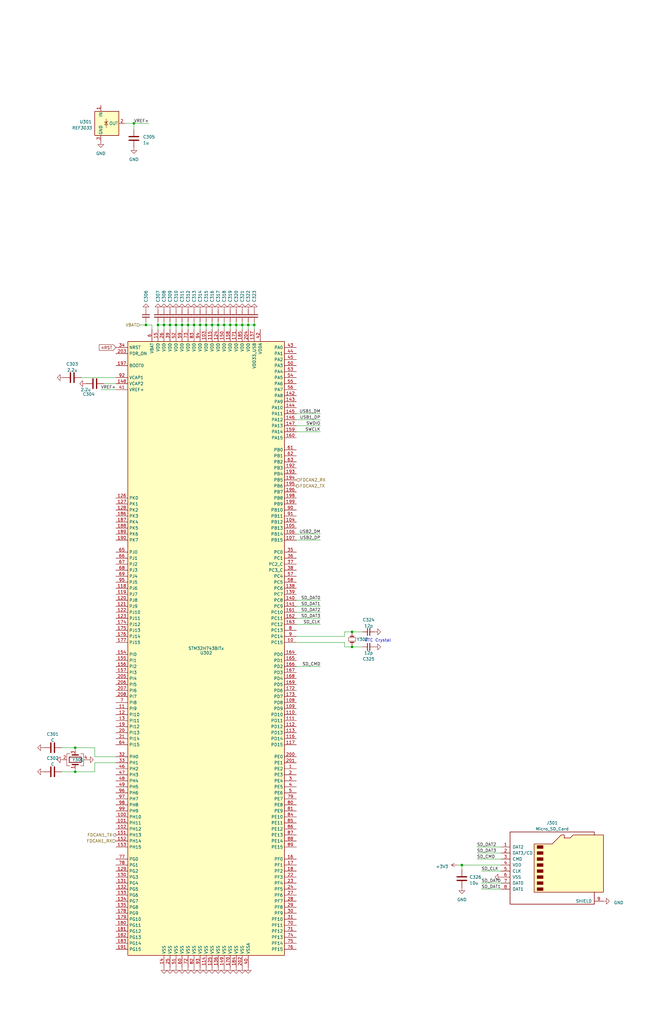
<source format=kicad_sch>
(kicad_sch (version 20210406) (generator eeschema)

  (uuid 1f4a01f0-765b-457d-b5ab-8d07169148ee)

  (paper "B" portrait)

  (title_block
    (title "rusEFI ATLAS")
    (rev "a")
    (comment 1 "github.com/mck1117/atlas")
  )

  (lib_symbols
    (symbol "Connector:Micro_SD_Card" (pin_names (offset 1.016)) (in_bom yes) (on_board yes)
      (property "Reference" "J" (id 0) (at -16.51 15.24 0)
        (effects (font (size 1.27 1.27)))
      )
      (property "Value" "Micro_SD_Card" (id 1) (at 16.51 15.24 0)
        (effects (font (size 1.27 1.27)) (justify right))
      )
      (property "Footprint" "" (id 2) (at 29.21 7.62 0)
        (effects (font (size 1.27 1.27)) hide)
      )
      (property "Datasheet" "http://katalog.we-online.de/em/datasheet/693072010801.pdf" (id 3) (at 0 0 0)
        (effects (font (size 1.27 1.27)) hide)
      )
      (property "ki_keywords" "connector SD microsd" (id 4) (at 0 0 0)
        (effects (font (size 1.27 1.27)) hide)
      )
      (property "ki_description" "Micro SD Card Socket" (id 5) (at 0 0 0)
        (effects (font (size 1.27 1.27)) hide)
      )
      (property "ki_fp_filters" "microSD*" (id 6) (at 0 0 0)
        (effects (font (size 1.27 1.27)) hide)
      )
      (symbol "Micro_SD_Card_0_1"
        (rectangle (start -7.62 -9.525) (end -5.08 -10.795)
          (stroke (width 0)) (fill (type outline))
        )
        (rectangle (start -7.62 -6.985) (end -5.08 -8.255)
          (stroke (width 0)) (fill (type outline))
        )
        (rectangle (start -7.62 -4.445) (end -5.08 -5.715)
          (stroke (width 0)) (fill (type outline))
        )
        (rectangle (start -7.62 -1.905) (end -5.08 -3.175)
          (stroke (width 0)) (fill (type outline))
        )
        (rectangle (start -7.62 0.635) (end -5.08 -0.635)
          (stroke (width 0)) (fill (type outline))
        )
        (rectangle (start -7.62 3.175) (end -5.08 1.905)
          (stroke (width 0)) (fill (type outline))
        )
        (rectangle (start -7.62 5.715) (end -5.08 4.445)
          (stroke (width 0)) (fill (type outline))
        )
        (rectangle (start -7.62 8.255) (end -5.08 6.985)
          (stroke (width 0)) (fill (type outline))
        )
        (polyline
          (pts
            (xy 16.51 12.7)
            (xy 16.51 13.97)
            (xy -19.05 13.97)
            (xy -19.05 -16.51)
            (xy 16.51 -16.51)
            (xy 16.51 -11.43)
          )
          (stroke (width 0.254)) (fill (type none))
        )
        (polyline
          (pts
            (xy -8.89 -11.43)
            (xy -8.89 8.89)
            (xy -1.27 8.89)
            (xy 2.54 12.7)
            (xy 3.81 12.7)
            (xy 3.81 11.43)
            (xy 6.35 11.43)
            (xy 7.62 12.7)
            (xy 20.32 12.7)
            (xy 20.32 -11.43)
            (xy -8.89 -11.43)
          )
          (stroke (width 0.254)) (fill (type background))
        )
      )
      (symbol "Micro_SD_Card_1_1"
        (pin bidirectional line (at -22.86 7.62 0) (length 3.81)
          (name "DAT2" (effects (font (size 1.27 1.27))))
          (number "1" (effects (font (size 1.27 1.27))))
        )
        (pin bidirectional line (at -22.86 5.08 0) (length 3.81)
          (name "DAT3/CD" (effects (font (size 1.27 1.27))))
          (number "2" (effects (font (size 1.27 1.27))))
        )
        (pin input line (at -22.86 2.54 0) (length 3.81)
          (name "CMD" (effects (font (size 1.27 1.27))))
          (number "3" (effects (font (size 1.27 1.27))))
        )
        (pin power_in line (at -22.86 0 0) (length 3.81)
          (name "VDD" (effects (font (size 1.27 1.27))))
          (number "4" (effects (font (size 1.27 1.27))))
        )
        (pin input line (at -22.86 -2.54 0) (length 3.81)
          (name "CLK" (effects (font (size 1.27 1.27))))
          (number "5" (effects (font (size 1.27 1.27))))
        )
        (pin power_in line (at -22.86 -5.08 0) (length 3.81)
          (name "VSS" (effects (font (size 1.27 1.27))))
          (number "6" (effects (font (size 1.27 1.27))))
        )
        (pin bidirectional line (at -22.86 -7.62 0) (length 3.81)
          (name "DAT0" (effects (font (size 1.27 1.27))))
          (number "7" (effects (font (size 1.27 1.27))))
        )
        (pin bidirectional line (at -22.86 -10.16 0) (length 3.81)
          (name "DAT1" (effects (font (size 1.27 1.27))))
          (number "8" (effects (font (size 1.27 1.27))))
        )
        (pin passive line (at 20.32 -15.24 180) (length 3.81)
          (name "SHIELD" (effects (font (size 1.27 1.27))))
          (number "9" (effects (font (size 1.27 1.27))))
        )
      )
    )
    (symbol "Device:C" (pin_numbers hide) (pin_names (offset 0.254)) (in_bom yes) (on_board yes)
      (property "Reference" "C" (id 0) (at 0.635 2.54 0)
        (effects (font (size 1.27 1.27)) (justify left))
      )
      (property "Value" "C" (id 1) (at 0.635 -2.54 0)
        (effects (font (size 1.27 1.27)) (justify left))
      )
      (property "Footprint" "" (id 2) (at 0.9652 -3.81 0)
        (effects (font (size 1.27 1.27)) hide)
      )
      (property "Datasheet" "~" (id 3) (at 0 0 0)
        (effects (font (size 1.27 1.27)) hide)
      )
      (property "ki_keywords" "cap capacitor" (id 4) (at 0 0 0)
        (effects (font (size 1.27 1.27)) hide)
      )
      (property "ki_description" "Unpolarized capacitor" (id 5) (at 0 0 0)
        (effects (font (size 1.27 1.27)) hide)
      )
      (property "ki_fp_filters" "C_*" (id 6) (at 0 0 0)
        (effects (font (size 1.27 1.27)) hide)
      )
      (symbol "C_0_1"
        (polyline
          (pts
            (xy -2.032 -0.762)
            (xy 2.032 -0.762)
          )
          (stroke (width 0.508)) (fill (type none))
        )
        (polyline
          (pts
            (xy -2.032 0.762)
            (xy 2.032 0.762)
          )
          (stroke (width 0.508)) (fill (type none))
        )
      )
      (symbol "C_1_1"
        (pin passive line (at 0 3.81 270) (length 2.794)
          (name "~" (effects (font (size 1.27 1.27))))
          (number "1" (effects (font (size 1.27 1.27))))
        )
        (pin passive line (at 0 -3.81 90) (length 2.794)
          (name "~" (effects (font (size 1.27 1.27))))
          (number "2" (effects (font (size 1.27 1.27))))
        )
      )
    )
    (symbol "Device:C_Small" (pin_numbers hide) (pin_names (offset 0.254) hide) (in_bom yes) (on_board yes)
      (property "Reference" "C" (id 0) (at 0.254 1.778 0)
        (effects (font (size 1.27 1.27)) (justify left))
      )
      (property "Value" "C_Small" (id 1) (at 0.254 -2.032 0)
        (effects (font (size 1.27 1.27)) (justify left))
      )
      (property "Footprint" "" (id 2) (at 0 0 0)
        (effects (font (size 1.27 1.27)) hide)
      )
      (property "Datasheet" "~" (id 3) (at 0 0 0)
        (effects (font (size 1.27 1.27)) hide)
      )
      (property "ki_keywords" "capacitor cap" (id 4) (at 0 0 0)
        (effects (font (size 1.27 1.27)) hide)
      )
      (property "ki_description" "Unpolarized capacitor, small symbol" (id 5) (at 0 0 0)
        (effects (font (size 1.27 1.27)) hide)
      )
      (property "ki_fp_filters" "C_*" (id 6) (at 0 0 0)
        (effects (font (size 1.27 1.27)) hide)
      )
      (symbol "C_Small_0_1"
        (polyline
          (pts
            (xy -1.524 -0.508)
            (xy 1.524 -0.508)
          )
          (stroke (width 0.3302)) (fill (type none))
        )
        (polyline
          (pts
            (xy -1.524 0.508)
            (xy 1.524 0.508)
          )
          (stroke (width 0.3048)) (fill (type none))
        )
      )
      (symbol "C_Small_1_1"
        (pin passive line (at 0 2.54 270) (length 2.032)
          (name "~" (effects (font (size 1.27 1.27))))
          (number "1" (effects (font (size 1.27 1.27))))
        )
        (pin passive line (at 0 -2.54 90) (length 2.032)
          (name "~" (effects (font (size 1.27 1.27))))
          (number "2" (effects (font (size 1.27 1.27))))
        )
      )
    )
    (symbol "Device:Crystal_GND24" (pin_names (offset 1.016) hide) (in_bom yes) (on_board yes)
      (property "Reference" "Y" (id 0) (at 3.175 5.08 0)
        (effects (font (size 1.27 1.27)) (justify left))
      )
      (property "Value" "Crystal_GND24" (id 1) (at 3.175 3.175 0)
        (effects (font (size 1.27 1.27)) (justify left))
      )
      (property "Footprint" "" (id 2) (at 0 0 0)
        (effects (font (size 1.27 1.27)) hide)
      )
      (property "Datasheet" "~" (id 3) (at 0 0 0)
        (effects (font (size 1.27 1.27)) hide)
      )
      (property "ki_keywords" "quartz ceramic resonator oscillator" (id 4) (at 0 0 0)
        (effects (font (size 1.27 1.27)) hide)
      )
      (property "ki_description" "Four pin crystal, GND on pins 2 and 4" (id 5) (at 0 0 0)
        (effects (font (size 1.27 1.27)) hide)
      )
      (property "ki_fp_filters" "Crystal*" (id 6) (at 0 0 0)
        (effects (font (size 1.27 1.27)) hide)
      )
      (symbol "Crystal_GND24_0_1"
        (rectangle (start -1.143 2.54) (end 1.143 -2.54)
          (stroke (width 0.3048)) (fill (type none))
        )
        (polyline
          (pts
            (xy -2.54 0)
            (xy -2.032 0)
          )
          (stroke (width 0)) (fill (type none))
        )
        (polyline
          (pts
            (xy -2.032 -1.27)
            (xy -2.032 1.27)
          )
          (stroke (width 0.508)) (fill (type none))
        )
        (polyline
          (pts
            (xy 0 -3.81)
            (xy 0 -3.556)
          )
          (stroke (width 0)) (fill (type none))
        )
        (polyline
          (pts
            (xy 0 3.556)
            (xy 0 3.81)
          )
          (stroke (width 0)) (fill (type none))
        )
        (polyline
          (pts
            (xy 2.032 -1.27)
            (xy 2.032 1.27)
          )
          (stroke (width 0.508)) (fill (type none))
        )
        (polyline
          (pts
            (xy 2.032 0)
            (xy 2.54 0)
          )
          (stroke (width 0)) (fill (type none))
        )
        (polyline
          (pts
            (xy -2.54 -2.286)
            (xy -2.54 -3.556)
            (xy 2.54 -3.556)
            (xy 2.54 -2.286)
          )
          (stroke (width 0)) (fill (type none))
        )
        (polyline
          (pts
            (xy -2.54 2.286)
            (xy -2.54 3.556)
            (xy 2.54 3.556)
            (xy 2.54 2.286)
          )
          (stroke (width 0)) (fill (type none))
        )
      )
      (symbol "Crystal_GND24_1_1"
        (pin passive line (at -3.81 0 0) (length 1.27)
          (name "1" (effects (font (size 1.27 1.27))))
          (number "1" (effects (font (size 1.27 1.27))))
        )
        (pin passive line (at 0 5.08 270) (length 1.27)
          (name "2" (effects (font (size 1.27 1.27))))
          (number "2" (effects (font (size 1.27 1.27))))
        )
        (pin passive line (at 3.81 0 180) (length 1.27)
          (name "3" (effects (font (size 1.27 1.27))))
          (number "3" (effects (font (size 1.27 1.27))))
        )
        (pin passive line (at 0 -5.08 90) (length 1.27)
          (name "4" (effects (font (size 1.27 1.27))))
          (number "4" (effects (font (size 1.27 1.27))))
        )
      )
    )
    (symbol "Device:Crystal_Small" (pin_numbers hide) (pin_names (offset 1.016) hide) (in_bom yes) (on_board yes)
      (property "Reference" "Y" (id 0) (at 0 2.54 0)
        (effects (font (size 1.27 1.27)))
      )
      (property "Value" "Crystal_Small" (id 1) (at 0 -2.54 0)
        (effects (font (size 1.27 1.27)))
      )
      (property "Footprint" "" (id 2) (at 0 0 0)
        (effects (font (size 1.27 1.27)) hide)
      )
      (property "Datasheet" "~" (id 3) (at 0 0 0)
        (effects (font (size 1.27 1.27)) hide)
      )
      (property "ki_keywords" "quartz ceramic resonator oscillator" (id 4) (at 0 0 0)
        (effects (font (size 1.27 1.27)) hide)
      )
      (property "ki_description" "Two pin crystal, small symbol" (id 5) (at 0 0 0)
        (effects (font (size 1.27 1.27)) hide)
      )
      (property "ki_fp_filters" "Crystal*" (id 6) (at 0 0 0)
        (effects (font (size 1.27 1.27)) hide)
      )
      (symbol "Crystal_Small_0_1"
        (rectangle (start -0.762 -1.524) (end 0.762 1.524)
          (stroke (width 0)) (fill (type none))
        )
        (polyline
          (pts
            (xy -1.27 -0.762)
            (xy -1.27 0.762)
          )
          (stroke (width 0.381)) (fill (type none))
        )
        (polyline
          (pts
            (xy 1.27 -0.762)
            (xy 1.27 0.762)
          )
          (stroke (width 0.381)) (fill (type none))
        )
      )
      (symbol "Crystal_Small_1_1"
        (pin passive line (at -2.54 0 0) (length 1.27)
          (name "1" (effects (font (size 1.27 1.27))))
          (number "1" (effects (font (size 1.27 1.27))))
        )
        (pin passive line (at 2.54 0 180) (length 1.27)
          (name "2" (effects (font (size 1.27 1.27))))
          (number "2" (effects (font (size 1.27 1.27))))
        )
      )
    )
    (symbol "MCU_ST_STM32H7:STM32H743BITx" (in_bom yes) (on_board yes)
      (property "Reference" "U" (id 0) (at -33.02 130.81 0)
        (effects (font (size 1.27 1.27)) (justify left))
      )
      (property "Value" "STM32H743BITx" (id 1) (at 25.4 130.81 0)
        (effects (font (size 1.27 1.27)) (justify left))
      )
      (property "Footprint" "Package_QFP:LQFP-208_28x28mm_P0.5mm" (id 2) (at -33.02 -129.54 0)
        (effects (font (size 1.27 1.27)) (justify right) hide)
      )
      (property "Datasheet" "http://www.st.com/st-web-ui/static/active/en/resource/technical/document/datasheet/DM00387108.pdf" (id 3) (at 0 0 0)
        (effects (font (size 1.27 1.27)) hide)
      )
      (property "ki_keywords" "ARM Cortex-M7 STM32H7 STM32H7x3" (id 4) (at 0 0 0)
        (effects (font (size 1.27 1.27)) hide)
      )
      (property "ki_description" "ARM Cortex-M7 MCU, 2048KB flash, 864KB RAM, 400MHz, 1.7-3.6V, 168 GPIO, LQFP-208" (id 5) (at 0 0 0)
        (effects (font (size 1.27 1.27)) hide)
      )
      (property "ki_fp_filters" "LQFP*28x28mm*P0.5mm*" (id 6) (at 0 0 0)
        (effects (font (size 1.27 1.27)) hide)
      )
      (symbol "STM32H743BITx_0_1"
        (rectangle (start -33.02 -129.54) (end 33.02 129.54)
          (stroke (width 0.254)) (fill (type background))
        )
      )
      (symbol "STM32H743BITx_1_1"
        (pin bidirectional line (at 38.1 -50.8 180) (length 5.08)
          (name "PE2" (effects (font (size 1.27 1.27))))
          (number "1" (effects (font (size 1.27 1.27))))
        )
        (pin bidirectional line (at 38.1 2.54 180) (length 5.08)
          (name "PC15" (effects (font (size 1.27 1.27))))
          (number "10" (effects (font (size 1.27 1.27))))
        )
        (pin bidirectional line (at -38.1 -71.12 0) (length 5.08)
          (name "PH10" (effects (font (size 1.27 1.27))))
          (number "100" (effects (font (size 1.27 1.27))))
        )
        (pin bidirectional line (at -38.1 -73.66 0) (length 5.08)
          (name "PH11" (effects (font (size 1.27 1.27))))
          (number "101" (effects (font (size 1.27 1.27))))
        )
        (pin bidirectional line (at -38.1 -76.2 0) (length 5.08)
          (name "PH12" (effects (font (size 1.27 1.27))))
          (number "102" (effects (font (size 1.27 1.27))))
        )
        (pin power_in line (at 0 134.62 270) (length 5.08)
          (name "VDD" (effects (font (size 1.27 1.27))))
          (number "103" (effects (font (size 1.27 1.27))))
        )
        (pin bidirectional line (at 38.1 53.34 180) (length 5.08)
          (name "PB12" (effects (font (size 1.27 1.27))))
          (number "104" (effects (font (size 1.27 1.27))))
        )
        (pin bidirectional line (at 38.1 50.8 180) (length 5.08)
          (name "PB13" (effects (font (size 1.27 1.27))))
          (number "105" (effects (font (size 1.27 1.27))))
        )
        (pin bidirectional line (at 38.1 48.26 180) (length 5.08)
          (name "PB14" (effects (font (size 1.27 1.27))))
          (number "106" (effects (font (size 1.27 1.27))))
        )
        (pin bidirectional line (at 38.1 45.72 180) (length 5.08)
          (name "PB15" (effects (font (size 1.27 1.27))))
          (number "107" (effects (font (size 1.27 1.27))))
        )
        (pin bidirectional line (at 38.1 -22.86 180) (length 5.08)
          (name "PD8" (effects (font (size 1.27 1.27))))
          (number "108" (effects (font (size 1.27 1.27))))
        )
        (pin bidirectional line (at 38.1 -25.4 180) (length 5.08)
          (name "PD9" (effects (font (size 1.27 1.27))))
          (number "109" (effects (font (size 1.27 1.27))))
        )
        (pin bidirectional line (at -38.1 -25.4 0) (length 5.08)
          (name "PI9" (effects (font (size 1.27 1.27))))
          (number "11" (effects (font (size 1.27 1.27))))
        )
        (pin bidirectional line (at 38.1 -27.94 180) (length 5.08)
          (name "PD10" (effects (font (size 1.27 1.27))))
          (number "110" (effects (font (size 1.27 1.27))))
        )
        (pin bidirectional line (at 38.1 -30.48 180) (length 5.08)
          (name "PD11" (effects (font (size 1.27 1.27))))
          (number "111" (effects (font (size 1.27 1.27))))
        )
        (pin bidirectional line (at 38.1 -33.02 180) (length 5.08)
          (name "PD12" (effects (font (size 1.27 1.27))))
          (number "112" (effects (font (size 1.27 1.27))))
        )
        (pin bidirectional line (at 38.1 -35.56 180) (length 5.08)
          (name "PD13" (effects (font (size 1.27 1.27))))
          (number "113" (effects (font (size 1.27 1.27))))
        )
        (pin power_in line (at 0 -134.62 90) (length 5.08)
          (name "VSS" (effects (font (size 1.27 1.27))))
          (number "114" (effects (font (size 1.27 1.27))))
        )
        (pin power_in line (at 2.54 134.62 270) (length 5.08)
          (name "VDD" (effects (font (size 1.27 1.27))))
          (number "115" (effects (font (size 1.27 1.27))))
        )
        (pin bidirectional line (at 38.1 -38.1 180) (length 5.08)
          (name "PD14" (effects (font (size 1.27 1.27))))
          (number "116" (effects (font (size 1.27 1.27))))
        )
        (pin bidirectional line (at 38.1 -40.64 180) (length 5.08)
          (name "PD15" (effects (font (size 1.27 1.27))))
          (number "117" (effects (font (size 1.27 1.27))))
        )
        (pin bidirectional line (at -38.1 25.4 0) (length 5.08)
          (name "PJ6" (effects (font (size 1.27 1.27))))
          (number "118" (effects (font (size 1.27 1.27))))
        )
        (pin bidirectional line (at -38.1 22.86 0) (length 5.08)
          (name "PJ7" (effects (font (size 1.27 1.27))))
          (number "119" (effects (font (size 1.27 1.27))))
        )
        (pin bidirectional line (at -38.1 -27.94 0) (length 5.08)
          (name "PI10" (effects (font (size 1.27 1.27))))
          (number "12" (effects (font (size 1.27 1.27))))
        )
        (pin bidirectional line (at -38.1 20.32 0) (length 5.08)
          (name "PJ8" (effects (font (size 1.27 1.27))))
          (number "120" (effects (font (size 1.27 1.27))))
        )
        (pin bidirectional line (at -38.1 17.78 0) (length 5.08)
          (name "PJ9" (effects (font (size 1.27 1.27))))
          (number "121" (effects (font (size 1.27 1.27))))
        )
        (pin bidirectional line (at -38.1 15.24 0) (length 5.08)
          (name "PJ10" (effects (font (size 1.27 1.27))))
          (number "122" (effects (font (size 1.27 1.27))))
        )
        (pin bidirectional line (at -38.1 12.7 0) (length 5.08)
          (name "PJ11" (effects (font (size 1.27 1.27))))
          (number "123" (effects (font (size 1.27 1.27))))
        )
        (pin power_in line (at 5.08 134.62 270) (length 5.08)
          (name "VDD" (effects (font (size 1.27 1.27))))
          (number "124" (effects (font (size 1.27 1.27))))
        )
        (pin power_in line (at 2.54 -134.62 90) (length 5.08)
          (name "VSS" (effects (font (size 1.27 1.27))))
          (number "125" (effects (font (size 1.27 1.27))))
        )
        (pin bidirectional line (at -38.1 63.5 0) (length 5.08)
          (name "PK0" (effects (font (size 1.27 1.27))))
          (number "126" (effects (font (size 1.27 1.27))))
        )
        (pin bidirectional line (at -38.1 60.96 0) (length 5.08)
          (name "PK1" (effects (font (size 1.27 1.27))))
          (number "127" (effects (font (size 1.27 1.27))))
        )
        (pin bidirectional line (at -38.1 58.42 0) (length 5.08)
          (name "PK2" (effects (font (size 1.27 1.27))))
          (number "128" (effects (font (size 1.27 1.27))))
        )
        (pin bidirectional line (at -38.1 -93.98 0) (length 5.08)
          (name "PG2" (effects (font (size 1.27 1.27))))
          (number "129" (effects (font (size 1.27 1.27))))
        )
        (pin bidirectional line (at -38.1 -30.48 0) (length 5.08)
          (name "PI11" (effects (font (size 1.27 1.27))))
          (number "13" (effects (font (size 1.27 1.27))))
        )
        (pin bidirectional line (at -38.1 -96.52 0) (length 5.08)
          (name "PG3" (effects (font (size 1.27 1.27))))
          (number "130" (effects (font (size 1.27 1.27))))
        )
        (pin bidirectional line (at -38.1 -99.06 0) (length 5.08)
          (name "PG4" (effects (font (size 1.27 1.27))))
          (number "131" (effects (font (size 1.27 1.27))))
        )
        (pin bidirectional line (at -38.1 -101.6 0) (length 5.08)
          (name "PG5" (effects (font (size 1.27 1.27))))
          (number "132" (effects (font (size 1.27 1.27))))
        )
        (pin bidirectional line (at -38.1 -104.14 0) (length 5.08)
          (name "PG6" (effects (font (size 1.27 1.27))))
          (number "133" (effects (font (size 1.27 1.27))))
        )
        (pin bidirectional line (at -38.1 -106.68 0) (length 5.08)
          (name "PG7" (effects (font (size 1.27 1.27))))
          (number "134" (effects (font (size 1.27 1.27))))
        )
        (pin bidirectional line (at -38.1 -109.22 0) (length 5.08)
          (name "PG8" (effects (font (size 1.27 1.27))))
          (number "135" (effects (font (size 1.27 1.27))))
        )
        (pin power_in line (at 5.08 -134.62 90) (length 5.08)
          (name "VSS" (effects (font (size 1.27 1.27))))
          (number "136" (effects (font (size 1.27 1.27))))
        )
        (pin power_in line (at 20.32 134.62 270) (length 5.08)
          (name "VDD33_USB" (effects (font (size 1.27 1.27))))
          (number "137" (effects (font (size 1.27 1.27))))
        )
        (pin bidirectional line (at 38.1 25.4 180) (length 5.08)
          (name "PC6" (effects (font (size 1.27 1.27))))
          (number "138" (effects (font (size 1.27 1.27))))
        )
        (pin bidirectional line (at 38.1 22.86 180) (length 5.08)
          (name "PC7" (effects (font (size 1.27 1.27))))
          (number "139" (effects (font (size 1.27 1.27))))
        )
        (pin power_in line (at -17.78 -134.62 90) (length 5.08)
          (name "VSS" (effects (font (size 1.27 1.27))))
          (number "14" (effects (font (size 1.27 1.27))))
        )
        (pin bidirectional line (at 38.1 20.32 180) (length 5.08)
          (name "PC8" (effects (font (size 1.27 1.27))))
          (number "140" (effects (font (size 1.27 1.27))))
        )
        (pin bidirectional line (at 38.1 17.78 180) (length 5.08)
          (name "PC9" (effects (font (size 1.27 1.27))))
          (number "141" (effects (font (size 1.27 1.27))))
        )
        (pin bidirectional line (at 38.1 106.68 180) (length 5.08)
          (name "PA8" (effects (font (size 1.27 1.27))))
          (number "142" (effects (font (size 1.27 1.27))))
        )
        (pin bidirectional line (at 38.1 104.14 180) (length 5.08)
          (name "PA9" (effects (font (size 1.27 1.27))))
          (number "143" (effects (font (size 1.27 1.27))))
        )
        (pin bidirectional line (at 38.1 101.6 180) (length 5.08)
          (name "PA10" (effects (font (size 1.27 1.27))))
          (number "144" (effects (font (size 1.27 1.27))))
        )
        (pin bidirectional line (at 38.1 99.06 180) (length 5.08)
          (name "PA11" (effects (font (size 1.27 1.27))))
          (number "145" (effects (font (size 1.27 1.27))))
        )
        (pin bidirectional line (at 38.1 96.52 180) (length 5.08)
          (name "PA12" (effects (font (size 1.27 1.27))))
          (number "146" (effects (font (size 1.27 1.27))))
        )
        (pin bidirectional line (at 38.1 93.98 180) (length 5.08)
          (name "PA13" (effects (font (size 1.27 1.27))))
          (number "147" (effects (font (size 1.27 1.27))))
        )
        (pin power_in line (at -38.1 111.76 0) (length 5.08)
          (name "VCAP2" (effects (font (size 1.27 1.27))))
          (number "148" (effects (font (size 1.27 1.27))))
        )
        (pin power_in line (at 7.62 -134.62 90) (length 5.08)
          (name "VSS" (effects (font (size 1.27 1.27))))
          (number "149" (effects (font (size 1.27 1.27))))
        )
        (pin power_in line (at -20.32 134.62 270) (length 5.08)
          (name "VDD" (effects (font (size 1.27 1.27))))
          (number "15" (effects (font (size 1.27 1.27))))
        )
        (pin power_in line (at 7.62 134.62 270) (length 5.08)
          (name "VDD" (effects (font (size 1.27 1.27))))
          (number "150" (effects (font (size 1.27 1.27))))
        )
        (pin bidirectional line (at -38.1 -78.74 0) (length 5.08)
          (name "PH13" (effects (font (size 1.27 1.27))))
          (number "151" (effects (font (size 1.27 1.27))))
        )
        (pin bidirectional line (at -38.1 -81.28 0) (length 5.08)
          (name "PH14" (effects (font (size 1.27 1.27))))
          (number "152" (effects (font (size 1.27 1.27))))
        )
        (pin bidirectional line (at -38.1 -83.82 0) (length 5.08)
          (name "PH15" (effects (font (size 1.27 1.27))))
          (number "153" (effects (font (size 1.27 1.27))))
        )
        (pin bidirectional line (at -38.1 -2.54 0) (length 5.08)
          (name "PI0" (effects (font (size 1.27 1.27))))
          (number "154" (effects (font (size 1.27 1.27))))
        )
        (pin bidirectional line (at -38.1 -5.08 0) (length 5.08)
          (name "PI1" (effects (font (size 1.27 1.27))))
          (number "155" (effects (font (size 1.27 1.27))))
        )
        (pin bidirectional line (at -38.1 -7.62 0) (length 5.08)
          (name "PI2" (effects (font (size 1.27 1.27))))
          (number "156" (effects (font (size 1.27 1.27))))
        )
        (pin bidirectional line (at -38.1 -10.16 0) (length 5.08)
          (name "PI3" (effects (font (size 1.27 1.27))))
          (number "157" (effects (font (size 1.27 1.27))))
        )
        (pin power_in line (at 10.16 134.62 270) (length 5.08)
          (name "VDD" (effects (font (size 1.27 1.27))))
          (number "158" (effects (font (size 1.27 1.27))))
        )
        (pin bidirectional line (at 38.1 91.44 180) (length 5.08)
          (name "PA14" (effects (font (size 1.27 1.27))))
          (number "159" (effects (font (size 1.27 1.27))))
        )
        (pin bidirectional line (at 38.1 -88.9 180) (length 5.08)
          (name "PF0" (effects (font (size 1.27 1.27))))
          (number "16" (effects (font (size 1.27 1.27))))
        )
        (pin bidirectional line (at 38.1 88.9 180) (length 5.08)
          (name "PA15" (effects (font (size 1.27 1.27))))
          (number "160" (effects (font (size 1.27 1.27))))
        )
        (pin bidirectional line (at 38.1 15.24 180) (length 5.08)
          (name "PC10" (effects (font (size 1.27 1.27))))
          (number "161" (effects (font (size 1.27 1.27))))
        )
        (pin bidirectional line (at 38.1 12.7 180) (length 5.08)
          (name "PC11" (effects (font (size 1.27 1.27))))
          (number "162" (effects (font (size 1.27 1.27))))
        )
        (pin bidirectional line (at 38.1 10.16 180) (length 5.08)
          (name "PC12" (effects (font (size 1.27 1.27))))
          (number "163" (effects (font (size 1.27 1.27))))
        )
        (pin bidirectional line (at 38.1 -2.54 180) (length 5.08)
          (name "PD0" (effects (font (size 1.27 1.27))))
          (number "164" (effects (font (size 1.27 1.27))))
        )
        (pin bidirectional line (at 38.1 -5.08 180) (length 5.08)
          (name "PD1" (effects (font (size 1.27 1.27))))
          (number "165" (effects (font (size 1.27 1.27))))
        )
        (pin bidirectional line (at 38.1 -7.62 180) (length 5.08)
          (name "PD2" (effects (font (size 1.27 1.27))))
          (number "166" (effects (font (size 1.27 1.27))))
        )
        (pin bidirectional line (at 38.1 -10.16 180) (length 5.08)
          (name "PD3" (effects (font (size 1.27 1.27))))
          (number "167" (effects (font (size 1.27 1.27))))
        )
        (pin bidirectional line (at 38.1 -12.7 180) (length 5.08)
          (name "PD4" (effects (font (size 1.27 1.27))))
          (number "168" (effects (font (size 1.27 1.27))))
        )
        (pin bidirectional line (at 38.1 -15.24 180) (length 5.08)
          (name "PD5" (effects (font (size 1.27 1.27))))
          (number "169" (effects (font (size 1.27 1.27))))
        )
        (pin bidirectional line (at 38.1 -91.44 180) (length 5.08)
          (name "PF1" (effects (font (size 1.27 1.27))))
          (number "17" (effects (font (size 1.27 1.27))))
        )
        (pin power_in line (at 10.16 -134.62 90) (length 5.08)
          (name "VSS" (effects (font (size 1.27 1.27))))
          (number "170" (effects (font (size 1.27 1.27))))
        )
        (pin power_in line (at 12.7 134.62 270) (length 5.08)
          (name "VDD" (effects (font (size 1.27 1.27))))
          (number "171" (effects (font (size 1.27 1.27))))
        )
        (pin bidirectional line (at 38.1 -17.78 180) (length 5.08)
          (name "PD6" (effects (font (size 1.27 1.27))))
          (number "172" (effects (font (size 1.27 1.27))))
        )
        (pin bidirectional line (at 38.1 -20.32 180) (length 5.08)
          (name "PD7" (effects (font (size 1.27 1.27))))
          (number "173" (effects (font (size 1.27 1.27))))
        )
        (pin bidirectional line (at -38.1 10.16 0) (length 5.08)
          (name "PJ12" (effects (font (size 1.27 1.27))))
          (number "174" (effects (font (size 1.27 1.27))))
        )
        (pin bidirectional line (at -38.1 7.62 0) (length 5.08)
          (name "PJ13" (effects (font (size 1.27 1.27))))
          (number "175" (effects (font (size 1.27 1.27))))
        )
        (pin bidirectional line (at -38.1 5.08 0) (length 5.08)
          (name "PJ14" (effects (font (size 1.27 1.27))))
          (number "176" (effects (font (size 1.27 1.27))))
        )
        (pin bidirectional line (at -38.1 2.54 0) (length 5.08)
          (name "PJ15" (effects (font (size 1.27 1.27))))
          (number "177" (effects (font (size 1.27 1.27))))
        )
        (pin bidirectional line (at -38.1 -111.76 0) (length 5.08)
          (name "PG9" (effects (font (size 1.27 1.27))))
          (number "178" (effects (font (size 1.27 1.27))))
        )
        (pin bidirectional line (at -38.1 -114.3 0) (length 5.08)
          (name "PG10" (effects (font (size 1.27 1.27))))
          (number "179" (effects (font (size 1.27 1.27))))
        )
        (pin bidirectional line (at 38.1 -93.98 180) (length 5.08)
          (name "PF2" (effects (font (size 1.27 1.27))))
          (number "18" (effects (font (size 1.27 1.27))))
        )
        (pin bidirectional line (at -38.1 -116.84 0) (length 5.08)
          (name "PG11" (effects (font (size 1.27 1.27))))
          (number "180" (effects (font (size 1.27 1.27))))
        )
        (pin bidirectional line (at -38.1 -119.38 0) (length 5.08)
          (name "PG12" (effects (font (size 1.27 1.27))))
          (number "181" (effects (font (size 1.27 1.27))))
        )
        (pin bidirectional line (at -38.1 -121.92 0) (length 5.08)
          (name "PG13" (effects (font (size 1.27 1.27))))
          (number "182" (effects (font (size 1.27 1.27))))
        )
        (pin bidirectional line (at -38.1 -124.46 0) (length 5.08)
          (name "PG14" (effects (font (size 1.27 1.27))))
          (number "183" (effects (font (size 1.27 1.27))))
        )
        (pin power_in line (at 12.7 -134.62 90) (length 5.08)
          (name "VSS" (effects (font (size 1.27 1.27))))
          (number "184" (effects (font (size 1.27 1.27))))
        )
        (pin power_in line (at 15.24 134.62 270) (length 5.08)
          (name "VDD" (effects (font (size 1.27 1.27))))
          (number "185" (effects (font (size 1.27 1.27))))
        )
        (pin bidirectional line (at -38.1 55.88 0) (length 5.08)
          (name "PK3" (effects (font (size 1.27 1.27))))
          (number "186" (effects (font (size 1.27 1.27))))
        )
        (pin bidirectional line (at -38.1 53.34 0) (length 5.08)
          (name "PK4" (effects (font (size 1.27 1.27))))
          (number "187" (effects (font (size 1.27 1.27))))
        )
        (pin bidirectional line (at -38.1 50.8 0) (length 5.08)
          (name "PK5" (effects (font (size 1.27 1.27))))
          (number "188" (effects (font (size 1.27 1.27))))
        )
        (pin bidirectional line (at -38.1 48.26 0) (length 5.08)
          (name "PK6" (effects (font (size 1.27 1.27))))
          (number "189" (effects (font (size 1.27 1.27))))
        )
        (pin bidirectional line (at -38.1 -33.02 0) (length 5.08)
          (name "PI12" (effects (font (size 1.27 1.27))))
          (number "19" (effects (font (size 1.27 1.27))))
        )
        (pin bidirectional line (at -38.1 45.72 0) (length 5.08)
          (name "PK7" (effects (font (size 1.27 1.27))))
          (number "190" (effects (font (size 1.27 1.27))))
        )
        (pin bidirectional line (at -38.1 -127 0) (length 5.08)
          (name "PG15" (effects (font (size 1.27 1.27))))
          (number "191" (effects (font (size 1.27 1.27))))
        )
        (pin bidirectional line (at 38.1 76.2 180) (length 5.08)
          (name "PB3" (effects (font (size 1.27 1.27))))
          (number "192" (effects (font (size 1.27 1.27))))
        )
        (pin bidirectional line (at 38.1 73.66 180) (length 5.08)
          (name "PB4" (effects (font (size 1.27 1.27))))
          (number "193" (effects (font (size 1.27 1.27))))
        )
        (pin bidirectional line (at 38.1 71.12 180) (length 5.08)
          (name "PB5" (effects (font (size 1.27 1.27))))
          (number "194" (effects (font (size 1.27 1.27))))
        )
        (pin bidirectional line (at 38.1 68.58 180) (length 5.08)
          (name "PB6" (effects (font (size 1.27 1.27))))
          (number "195" (effects (font (size 1.27 1.27))))
        )
        (pin bidirectional line (at 38.1 66.04 180) (length 5.08)
          (name "PB7" (effects (font (size 1.27 1.27))))
          (number "196" (effects (font (size 1.27 1.27))))
        )
        (pin input line (at -38.1 119.38 0) (length 5.08)
          (name "BOOT0" (effects (font (size 1.27 1.27))))
          (number "197" (effects (font (size 1.27 1.27))))
        )
        (pin bidirectional line (at 38.1 63.5 180) (length 5.08)
          (name "PB8" (effects (font (size 1.27 1.27))))
          (number "198" (effects (font (size 1.27 1.27))))
        )
        (pin bidirectional line (at 38.1 60.96 180) (length 5.08)
          (name "PB9" (effects (font (size 1.27 1.27))))
          (number "199" (effects (font (size 1.27 1.27))))
        )
        (pin bidirectional line (at 38.1 -53.34 180) (length 5.08)
          (name "PE3" (effects (font (size 1.27 1.27))))
          (number "2" (effects (font (size 1.27 1.27))))
        )
        (pin bidirectional line (at -38.1 -35.56 0) (length 5.08)
          (name "PI13" (effects (font (size 1.27 1.27))))
          (number "20" (effects (font (size 1.27 1.27))))
        )
        (pin bidirectional line (at 38.1 -45.72 180) (length 5.08)
          (name "PE0" (effects (font (size 1.27 1.27))))
          (number "200" (effects (font (size 1.27 1.27))))
        )
        (pin bidirectional line (at 38.1 -48.26 180) (length 5.08)
          (name "PE1" (effects (font (size 1.27 1.27))))
          (number "201" (effects (font (size 1.27 1.27))))
        )
        (pin power_in line (at 15.24 -134.62 90) (length 5.08)
          (name "VSS" (effects (font (size 1.27 1.27))))
          (number "202" (effects (font (size 1.27 1.27))))
        )
        (pin input line (at -38.1 124.46 0) (length 5.08)
          (name "PDR_ON" (effects (font (size 1.27 1.27))))
          (number "203" (effects (font (size 1.27 1.27))))
        )
        (pin power_in line (at 17.78 134.62 270) (length 5.08)
          (name "VDD" (effects (font (size 1.27 1.27))))
          (number "204" (effects (font (size 1.27 1.27))))
        )
        (pin bidirectional line (at -38.1 -12.7 0) (length 5.08)
          (name "PI4" (effects (font (size 1.27 1.27))))
          (number "205" (effects (font (size 1.27 1.27))))
        )
        (pin bidirectional line (at -38.1 -15.24 0) (length 5.08)
          (name "PI5" (effects (font (size 1.27 1.27))))
          (number "206" (effects (font (size 1.27 1.27))))
        )
        (pin bidirectional line (at -38.1 -17.78 0) (length 5.08)
          (name "PI6" (effects (font (size 1.27 1.27))))
          (number "207" (effects (font (size 1.27 1.27))))
        )
        (pin bidirectional line (at -38.1 -20.32 0) (length 5.08)
          (name "PI7" (effects (font (size 1.27 1.27))))
          (number "208" (effects (font (size 1.27 1.27))))
        )
        (pin bidirectional line (at -38.1 -38.1 0) (length 5.08)
          (name "PI14" (effects (font (size 1.27 1.27))))
          (number "21" (effects (font (size 1.27 1.27))))
        )
        (pin bidirectional line (at 38.1 -96.52 180) (length 5.08)
          (name "PF3" (effects (font (size 1.27 1.27))))
          (number "22" (effects (font (size 1.27 1.27))))
        )
        (pin bidirectional line (at 38.1 -99.06 180) (length 5.08)
          (name "PF4" (effects (font (size 1.27 1.27))))
          (number "23" (effects (font (size 1.27 1.27))))
        )
        (pin bidirectional line (at 38.1 -101.6 180) (length 5.08)
          (name "PF5" (effects (font (size 1.27 1.27))))
          (number "24" (effects (font (size 1.27 1.27))))
        )
        (pin power_in line (at -15.24 -134.62 90) (length 5.08)
          (name "VSS" (effects (font (size 1.27 1.27))))
          (number "25" (effects (font (size 1.27 1.27))))
        )
        (pin power_in line (at -17.78 134.62 270) (length 5.08)
          (name "VDD" (effects (font (size 1.27 1.27))))
          (number "26" (effects (font (size 1.27 1.27))))
        )
        (pin bidirectional line (at 38.1 -104.14 180) (length 5.08)
          (name "PF6" (effects (font (size 1.27 1.27))))
          (number "27" (effects (font (size 1.27 1.27))))
        )
        (pin bidirectional line (at 38.1 -106.68 180) (length 5.08)
          (name "PF7" (effects (font (size 1.27 1.27))))
          (number "28" (effects (font (size 1.27 1.27))))
        )
        (pin bidirectional line (at 38.1 -109.22 180) (length 5.08)
          (name "PF8" (effects (font (size 1.27 1.27))))
          (number "29" (effects (font (size 1.27 1.27))))
        )
        (pin bidirectional line (at 38.1 -55.88 180) (length 5.08)
          (name "PE4" (effects (font (size 1.27 1.27))))
          (number "3" (effects (font (size 1.27 1.27))))
        )
        (pin bidirectional line (at 38.1 -111.76 180) (length 5.08)
          (name "PF9" (effects (font (size 1.27 1.27))))
          (number "30" (effects (font (size 1.27 1.27))))
        )
        (pin bidirectional line (at 38.1 -114.3 180) (length 5.08)
          (name "PF10" (effects (font (size 1.27 1.27))))
          (number "31" (effects (font (size 1.27 1.27))))
        )
        (pin input line (at -38.1 -45.72 0) (length 5.08)
          (name "PH0" (effects (font (size 1.27 1.27))))
          (number "32" (effects (font (size 1.27 1.27))))
        )
        (pin input line (at -38.1 -48.26 0) (length 5.08)
          (name "PH1" (effects (font (size 1.27 1.27))))
          (number "33" (effects (font (size 1.27 1.27))))
        )
        (pin input line (at -38.1 127 0) (length 5.08)
          (name "NRST" (effects (font (size 1.27 1.27))))
          (number "34" (effects (font (size 1.27 1.27))))
        )
        (pin bidirectional line (at 38.1 40.64 180) (length 5.08)
          (name "PC0" (effects (font (size 1.27 1.27))))
          (number "35" (effects (font (size 1.27 1.27))))
        )
        (pin bidirectional line (at 38.1 38.1 180) (length 5.08)
          (name "PC1" (effects (font (size 1.27 1.27))))
          (number "36" (effects (font (size 1.27 1.27))))
        )
        (pin bidirectional line (at 38.1 35.56 180) (length 5.08)
          (name "PC2_C" (effects (font (size 1.27 1.27))))
          (number "37" (effects (font (size 1.27 1.27))))
        )
        (pin bidirectional line (at 38.1 33.02 180) (length 5.08)
          (name "PC3_C" (effects (font (size 1.27 1.27))))
          (number "38" (effects (font (size 1.27 1.27))))
        )
        (pin power_in line (at -15.24 134.62 270) (length 5.08)
          (name "VDD" (effects (font (size 1.27 1.27))))
          (number "39" (effects (font (size 1.27 1.27))))
        )
        (pin bidirectional line (at 38.1 -58.42 180) (length 5.08)
          (name "PE5" (effects (font (size 1.27 1.27))))
          (number "4" (effects (font (size 1.27 1.27))))
        )
        (pin power_in line (at 17.78 -134.62 90) (length 5.08)
          (name "VSSA" (effects (font (size 1.27 1.27))))
          (number "40" (effects (font (size 1.27 1.27))))
        )
        (pin bidirectional line (at -38.1 109.22 0) (length 5.08)
          (name "VREF+" (effects (font (size 1.27 1.27))))
          (number "41" (effects (font (size 1.27 1.27))))
        )
        (pin power_in line (at 22.86 134.62 270) (length 5.08)
          (name "VDDA" (effects (font (size 1.27 1.27))))
          (number "42" (effects (font (size 1.27 1.27))))
        )
        (pin bidirectional line (at 38.1 127 180) (length 5.08)
          (name "PA0" (effects (font (size 1.27 1.27))))
          (number "43" (effects (font (size 1.27 1.27))))
        )
        (pin bidirectional line (at 38.1 124.46 180) (length 5.08)
          (name "PA1" (effects (font (size 1.27 1.27))))
          (number "44" (effects (font (size 1.27 1.27))))
        )
        (pin bidirectional line (at 38.1 121.92 180) (length 5.08)
          (name "PA2" (effects (font (size 1.27 1.27))))
          (number "45" (effects (font (size 1.27 1.27))))
        )
        (pin bidirectional line (at -38.1 -50.8 0) (length 5.08)
          (name "PH2" (effects (font (size 1.27 1.27))))
          (number "46" (effects (font (size 1.27 1.27))))
        )
        (pin bidirectional line (at -38.1 -53.34 0) (length 5.08)
          (name "PH3" (effects (font (size 1.27 1.27))))
          (number "47" (effects (font (size 1.27 1.27))))
        )
        (pin bidirectional line (at -38.1 -55.88 0) (length 5.08)
          (name "PH4" (effects (font (size 1.27 1.27))))
          (number "48" (effects (font (size 1.27 1.27))))
        )
        (pin bidirectional line (at -38.1 -58.42 0) (length 5.08)
          (name "PH5" (effects (font (size 1.27 1.27))))
          (number "49" (effects (font (size 1.27 1.27))))
        )
        (pin bidirectional line (at 38.1 -60.96 180) (length 5.08)
          (name "PE6" (effects (font (size 1.27 1.27))))
          (number "5" (effects (font (size 1.27 1.27))))
        )
        (pin bidirectional line (at 38.1 119.38 180) (length 5.08)
          (name "PA3" (effects (font (size 1.27 1.27))))
          (number "50" (effects (font (size 1.27 1.27))))
        )
        (pin power_in line (at -12.7 -134.62 90) (length 5.08)
          (name "VSS" (effects (font (size 1.27 1.27))))
          (number "51" (effects (font (size 1.27 1.27))))
        )
        (pin power_in line (at -12.7 134.62 270) (length 5.08)
          (name "VDD" (effects (font (size 1.27 1.27))))
          (number "52" (effects (font (size 1.27 1.27))))
        )
        (pin bidirectional line (at 38.1 116.84 180) (length 5.08)
          (name "PA4" (effects (font (size 1.27 1.27))))
          (number "53" (effects (font (size 1.27 1.27))))
        )
        (pin bidirectional line (at 38.1 114.3 180) (length 5.08)
          (name "PA5" (effects (font (size 1.27 1.27))))
          (number "54" (effects (font (size 1.27 1.27))))
        )
        (pin bidirectional line (at 38.1 111.76 180) (length 5.08)
          (name "PA6" (effects (font (size 1.27 1.27))))
          (number "55" (effects (font (size 1.27 1.27))))
        )
        (pin bidirectional line (at 38.1 109.22 180) (length 5.08)
          (name "PA7" (effects (font (size 1.27 1.27))))
          (number "56" (effects (font (size 1.27 1.27))))
        )
        (pin bidirectional line (at 38.1 30.48 180) (length 5.08)
          (name "PC4" (effects (font (size 1.27 1.27))))
          (number "57" (effects (font (size 1.27 1.27))))
        )
        (pin bidirectional line (at 38.1 27.94 180) (length 5.08)
          (name "PC5" (effects (font (size 1.27 1.27))))
          (number "58" (effects (font (size 1.27 1.27))))
        )
        (pin power_in line (at -10.16 134.62 270) (length 5.08)
          (name "VDD" (effects (font (size 1.27 1.27))))
          (number "59" (effects (font (size 1.27 1.27))))
        )
        (pin power_in line (at -22.86 134.62 270) (length 5.08)
          (name "VBAT" (effects (font (size 1.27 1.27))))
          (number "6" (effects (font (size 1.27 1.27))))
        )
        (pin power_in line (at -10.16 -134.62 90) (length 5.08)
          (name "VSS" (effects (font (size 1.27 1.27))))
          (number "60" (effects (font (size 1.27 1.27))))
        )
        (pin bidirectional line (at 38.1 83.82 180) (length 5.08)
          (name "PB0" (effects (font (size 1.27 1.27))))
          (number "61" (effects (font (size 1.27 1.27))))
        )
        (pin bidirectional line (at 38.1 81.28 180) (length 5.08)
          (name "PB1" (effects (font (size 1.27 1.27))))
          (number "62" (effects (font (size 1.27 1.27))))
        )
        (pin bidirectional line (at 38.1 78.74 180) (length 5.08)
          (name "PB2" (effects (font (size 1.27 1.27))))
          (number "63" (effects (font (size 1.27 1.27))))
        )
        (pin bidirectional line (at -38.1 -40.64 0) (length 5.08)
          (name "PI15" (effects (font (size 1.27 1.27))))
          (number "64" (effects (font (size 1.27 1.27))))
        )
        (pin bidirectional line (at -38.1 40.64 0) (length 5.08)
          (name "PJ0" (effects (font (size 1.27 1.27))))
          (number "65" (effects (font (size 1.27 1.27))))
        )
        (pin bidirectional line (at -38.1 38.1 0) (length 5.08)
          (name "PJ1" (effects (font (size 1.27 1.27))))
          (number "66" (effects (font (size 1.27 1.27))))
        )
        (pin bidirectional line (at -38.1 35.56 0) (length 5.08)
          (name "PJ2" (effects (font (size 1.27 1.27))))
          (number "67" (effects (font (size 1.27 1.27))))
        )
        (pin bidirectional line (at -38.1 33.02 0) (length 5.08)
          (name "PJ3" (effects (font (size 1.27 1.27))))
          (number "68" (effects (font (size 1.27 1.27))))
        )
        (pin bidirectional line (at -38.1 30.48 0) (length 5.08)
          (name "PJ4" (effects (font (size 1.27 1.27))))
          (number "69" (effects (font (size 1.27 1.27))))
        )
        (pin bidirectional line (at -38.1 -22.86 0) (length 5.08)
          (name "PI8" (effects (font (size 1.27 1.27))))
          (number "7" (effects (font (size 1.27 1.27))))
        )
        (pin bidirectional line (at 38.1 -116.84 180) (length 5.08)
          (name "PF11" (effects (font (size 1.27 1.27))))
          (number "70" (effects (font (size 1.27 1.27))))
        )
        (pin bidirectional line (at 38.1 -119.38 180) (length 5.08)
          (name "PF12" (effects (font (size 1.27 1.27))))
          (number "71" (effects (font (size 1.27 1.27))))
        )
        (pin power_in line (at -7.62 -134.62 90) (length 5.08)
          (name "VSS" (effects (font (size 1.27 1.27))))
          (number "72" (effects (font (size 1.27 1.27))))
        )
        (pin power_in line (at -7.62 134.62 270) (length 5.08)
          (name "VDD" (effects (font (size 1.27 1.27))))
          (number "73" (effects (font (size 1.27 1.27))))
        )
        (pin bidirectional line (at 38.1 -121.92 180) (length 5.08)
          (name "PF13" (effects (font (size 1.27 1.27))))
          (number "74" (effects (font (size 1.27 1.27))))
        )
        (pin bidirectional line (at 38.1 -124.46 180) (length 5.08)
          (name "PF14" (effects (font (size 1.27 1.27))))
          (number "75" (effects (font (size 1.27 1.27))))
        )
        (pin bidirectional line (at 38.1 -127 180) (length 5.08)
          (name "PF15" (effects (font (size 1.27 1.27))))
          (number "76" (effects (font (size 1.27 1.27))))
        )
        (pin bidirectional line (at -38.1 -88.9 0) (length 5.08)
          (name "PG0" (effects (font (size 1.27 1.27))))
          (number "77" (effects (font (size 1.27 1.27))))
        )
        (pin bidirectional line (at -38.1 -91.44 0) (length 5.08)
          (name "PG1" (effects (font (size 1.27 1.27))))
          (number "78" (effects (font (size 1.27 1.27))))
        )
        (pin bidirectional line (at 38.1 -63.5 180) (length 5.08)
          (name "PE7" (effects (font (size 1.27 1.27))))
          (number "79" (effects (font (size 1.27 1.27))))
        )
        (pin bidirectional line (at 38.1 7.62 180) (length 5.08)
          (name "PC13" (effects (font (size 1.27 1.27))))
          (number "8" (effects (font (size 1.27 1.27))))
        )
        (pin bidirectional line (at 38.1 -66.04 180) (length 5.08)
          (name "PE8" (effects (font (size 1.27 1.27))))
          (number "80" (effects (font (size 1.27 1.27))))
        )
        (pin bidirectional line (at 38.1 -68.58 180) (length 5.08)
          (name "PE9" (effects (font (size 1.27 1.27))))
          (number "81" (effects (font (size 1.27 1.27))))
        )
        (pin power_in line (at -5.08 -134.62 90) (length 5.08)
          (name "VSS" (effects (font (size 1.27 1.27))))
          (number "82" (effects (font (size 1.27 1.27))))
        )
        (pin power_in line (at -5.08 134.62 270) (length 5.08)
          (name "VDD" (effects (font (size 1.27 1.27))))
          (number "83" (effects (font (size 1.27 1.27))))
        )
        (pin bidirectional line (at 38.1 -71.12 180) (length 5.08)
          (name "PE10" (effects (font (size 1.27 1.27))))
          (number "84" (effects (font (size 1.27 1.27))))
        )
        (pin bidirectional line (at 38.1 -73.66 180) (length 5.08)
          (name "PE11" (effects (font (size 1.27 1.27))))
          (number "85" (effects (font (size 1.27 1.27))))
        )
        (pin bidirectional line (at 38.1 -76.2 180) (length 5.08)
          (name "PE12" (effects (font (size 1.27 1.27))))
          (number "86" (effects (font (size 1.27 1.27))))
        )
        (pin bidirectional line (at 38.1 -78.74 180) (length 5.08)
          (name "PE13" (effects (font (size 1.27 1.27))))
          (number "87" (effects (font (size 1.27 1.27))))
        )
        (pin bidirectional line (at 38.1 -81.28 180) (length 5.08)
          (name "PE14" (effects (font (size 1.27 1.27))))
          (number "88" (effects (font (size 1.27 1.27))))
        )
        (pin bidirectional line (at 38.1 -83.82 180) (length 5.08)
          (name "PE15" (effects (font (size 1.27 1.27))))
          (number "89" (effects (font (size 1.27 1.27))))
        )
        (pin bidirectional line (at 38.1 5.08 180) (length 5.08)
          (name "PC14" (effects (font (size 1.27 1.27))))
          (number "9" (effects (font (size 1.27 1.27))))
        )
        (pin bidirectional line (at 38.1 58.42 180) (length 5.08)
          (name "PB10" (effects (font (size 1.27 1.27))))
          (number "90" (effects (font (size 1.27 1.27))))
        )
        (pin bidirectional line (at 38.1 55.88 180) (length 5.08)
          (name "PB11" (effects (font (size 1.27 1.27))))
          (number "91" (effects (font (size 1.27 1.27))))
        )
        (pin power_in line (at -38.1 114.3 0) (length 5.08)
          (name "VCAP1" (effects (font (size 1.27 1.27))))
          (number "92" (effects (font (size 1.27 1.27))))
        )
        (pin power_in line (at -2.54 -134.62 90) (length 5.08)
          (name "VSS" (effects (font (size 1.27 1.27))))
          (number "93" (effects (font (size 1.27 1.27))))
        )
        (pin power_in line (at -2.54 134.62 270) (length 5.08)
          (name "VDD" (effects (font (size 1.27 1.27))))
          (number "94" (effects (font (size 1.27 1.27))))
        )
        (pin bidirectional line (at -38.1 27.94 0) (length 5.08)
          (name "PJ5" (effects (font (size 1.27 1.27))))
          (number "95" (effects (font (size 1.27 1.27))))
        )
        (pin bidirectional line (at -38.1 -60.96 0) (length 5.08)
          (name "PH6" (effects (font (size 1.27 1.27))))
          (number "96" (effects (font (size 1.27 1.27))))
        )
        (pin bidirectional line (at -38.1 -63.5 0) (length 5.08)
          (name "PH7" (effects (font (size 1.27 1.27))))
          (number "97" (effects (font (size 1.27 1.27))))
        )
        (pin bidirectional line (at -38.1 -66.04 0) (length 5.08)
          (name "PH8" (effects (font (size 1.27 1.27))))
          (number "98" (effects (font (size 1.27 1.27))))
        )
        (pin bidirectional line (at -38.1 -68.58 0) (length 5.08)
          (name "PH9" (effects (font (size 1.27 1.27))))
          (number "99" (effects (font (size 1.27 1.27))))
        )
      )
    )
    (symbol "Reference_Voltage:REF3033" (pin_names (offset 0.254)) (in_bom yes) (on_board yes)
      (property "Reference" "U" (id 0) (at 0 6.35 0)
        (effects (font (size 1.27 1.27)))
      )
      (property "Value" "REF3033" (id 1) (at 2.54 -6.35 0)
        (effects (font (size 1.27 1.27) italic))
      )
      (property "Footprint" "Package_TO_SOT_SMD:SOT-23" (id 2) (at 0 -11.43 0)
        (effects (font (size 1.27 1.27) italic) hide)
      )
      (property "Datasheet" "http://www.ti.com/lit/ds/symlink/ref3033.pdf" (id 3) (at 2.54 -8.89 0)
        (effects (font (size 1.27 1.27) italic) hide)
      )
      (property "ki_keywords" "voltage reference" (id 4) (at 0 0 0)
        (effects (font (size 1.27 1.27)) hide)
      )
      (property "ki_description" "3.3V 50-ppm/°C Max, 50-μA, CMOS Voltage Reference, SOT-23-3" (id 5) (at 0 0 0)
        (effects (font (size 1.27 1.27)) hide)
      )
      (property "ki_fp_filters" "SOT?23*" (id 6) (at 0 0 0)
        (effects (font (size 1.27 1.27)) hide)
      )
      (symbol "REF3033_0_1"
        (rectangle (start -5.08 5.08) (end 5.08 -5.08)
          (stroke (width 0.254)) (fill (type background))
        )
        (polyline
          (pts
            (xy -0.254 1.905)
            (xy -0.254 -1.905)
          )
          (stroke (width 0)) (fill (type none))
        )
        (polyline
          (pts
            (xy -0.889 -0.635)
            (xy 0.381 -0.635)
            (xy -0.254 0.635)
            (xy -0.889 -0.635)
          )
          (stroke (width 0)) (fill (type none))
        )
        (polyline
          (pts
            (xy 0.381 1.016)
            (xy 0.381 0.635)
            (xy -0.889 0.635)
            (xy -0.889 0.254)
          )
          (stroke (width 0)) (fill (type none))
        )
      )
      (symbol "REF3033_1_1"
        (pin power_in line (at -2.54 7.62 270) (length 2.54)
          (name "IN" (effects (font (size 1.27 1.27))))
          (number "1" (effects (font (size 1.27 1.27))))
        )
        (pin power_out line (at 7.62 0 180) (length 2.54)
          (name "OUT" (effects (font (size 1.27 1.27))))
          (number "2" (effects (font (size 1.27 1.27))))
        )
        (pin power_in line (at -2.54 -7.62 90) (length 2.54)
          (name "GND" (effects (font (size 1.27 1.27))))
          (number "3" (effects (font (size 1.27 1.27))))
        )
      )
    )
    (symbol "power:+3.3V" (power) (pin_names (offset 0)) (in_bom yes) (on_board yes)
      (property "Reference" "#PWR" (id 0) (at 0 -3.81 0)
        (effects (font (size 1.27 1.27)) hide)
      )
      (property "Value" "+3.3V" (id 1) (at 0 3.556 0)
        (effects (font (size 1.27 1.27)))
      )
      (property "Footprint" "" (id 2) (at 0 0 0)
        (effects (font (size 1.27 1.27)) hide)
      )
      (property "Datasheet" "" (id 3) (at 0 0 0)
        (effects (font (size 1.27 1.27)) hide)
      )
      (property "ki_keywords" "power-flag" (id 4) (at 0 0 0)
        (effects (font (size 1.27 1.27)) hide)
      )
      (property "ki_description" "Power symbol creates a global label with name \"+3.3V\"" (id 5) (at 0 0 0)
        (effects (font (size 1.27 1.27)) hide)
      )
      (symbol "+3.3V_0_1"
        (polyline
          (pts
            (xy -0.762 1.27)
            (xy 0 2.54)
          )
          (stroke (width 0)) (fill (type none))
        )
        (polyline
          (pts
            (xy 0 0)
            (xy 0 2.54)
          )
          (stroke (width 0)) (fill (type none))
        )
        (polyline
          (pts
            (xy 0 2.54)
            (xy 0.762 1.27)
          )
          (stroke (width 0)) (fill (type none))
        )
      )
      (symbol "+3.3V_1_1"
        (pin power_in line (at 0 0 90) (length 0) hide
          (name "+3V3" (effects (font (size 1.27 1.27))))
          (number "1" (effects (font (size 1.27 1.27))))
        )
      )
    )
    (symbol "power:GND" (power) (pin_names (offset 0)) (in_bom yes) (on_board yes)
      (property "Reference" "#PWR" (id 0) (at 0 -6.35 0)
        (effects (font (size 1.27 1.27)) hide)
      )
      (property "Value" "GND" (id 1) (at 0 -3.81 0)
        (effects (font (size 1.27 1.27)))
      )
      (property "Footprint" "" (id 2) (at 0 0 0)
        (effects (font (size 1.27 1.27)) hide)
      )
      (property "Datasheet" "" (id 3) (at 0 0 0)
        (effects (font (size 1.27 1.27)) hide)
      )
      (property "ki_keywords" "power-flag" (id 4) (at 0 0 0)
        (effects (font (size 1.27 1.27)) hide)
      )
      (property "ki_description" "Power symbol creates a global label with name \"GND\" , ground" (id 5) (at 0 0 0)
        (effects (font (size 1.27 1.27)) hide)
      )
      (symbol "GND_0_1"
        (polyline
          (pts
            (xy 0 0)
            (xy 0 -1.27)
            (xy 1.27 -1.27)
            (xy 0 -2.54)
            (xy -1.27 -1.27)
            (xy 0 -1.27)
          )
          (stroke (width 0)) (fill (type none))
        )
      )
      (symbol "GND_1_1"
        (pin power_in line (at 0 0 270) (length 0) hide
          (name "GND" (effects (font (size 1.27 1.27))))
          (number "1" (effects (font (size 1.27 1.27))))
        )
      )
    )
  )

  (junction (at 31.75 315.595) (diameter 0.9144) (color 0 0 0 0))
  (junction (at 31.75 325.755) (diameter 0.9144) (color 0 0 0 0))
  (junction (at 56.515 52.07) (diameter 0.9144) (color 0 0 0 0))
  (junction (at 61.595 137.16) (diameter 0.9144) (color 0 0 0 0))
  (junction (at 66.675 137.16) (diameter 0.9144) (color 0 0 0 0))
  (junction (at 69.215 137.16) (diameter 0.9144) (color 0 0 0 0))
  (junction (at 71.755 137.16) (diameter 0.9144) (color 0 0 0 0))
  (junction (at 74.295 137.16) (diameter 0.9144) (color 0 0 0 0))
  (junction (at 76.835 137.16) (diameter 0.9144) (color 0 0 0 0))
  (junction (at 79.375 137.16) (diameter 0.9144) (color 0 0 0 0))
  (junction (at 81.915 137.16) (diameter 0.9144) (color 0 0 0 0))
  (junction (at 84.455 137.16) (diameter 0.9144) (color 0 0 0 0))
  (junction (at 86.995 137.16) (diameter 0.9144) (color 0 0 0 0))
  (junction (at 89.535 137.16) (diameter 0.9144) (color 0 0 0 0))
  (junction (at 92.075 137.16) (diameter 0.9144) (color 0 0 0 0))
  (junction (at 94.615 137.16) (diameter 0.9144) (color 0 0 0 0))
  (junction (at 97.155 137.16) (diameter 0.9144) (color 0 0 0 0))
  (junction (at 99.695 137.16) (diameter 0.9144) (color 0 0 0 0))
  (junction (at 102.235 137.16) (diameter 0.9144) (color 0 0 0 0))
  (junction (at 104.775 137.16) (diameter 0.9144) (color 0 0 0 0))
  (junction (at 107.315 137.16) (diameter 0.9144) (color 0 0 0 0))
  (junction (at 148.59 266.7) (diameter 0.9144) (color 0 0 0 0))
  (junction (at 148.59 273.05) (diameter 0.9144) (color 0 0 0 0))
  (junction (at 194.945 365.125) (diameter 0.9144) (color 0 0 0 0))

  (wire (pts (xy 26.035 315.595) (xy 31.75 315.595))
    (stroke (width 0) (type solid) (color 0 0 0 0))
    (uuid 5cfdda8b-39fd-4eb0-9ec1-e2662103e734)
  )
  (wire (pts (xy 26.035 325.755) (xy 31.75 325.755))
    (stroke (width 0) (type solid) (color 0 0 0 0))
    (uuid 8580e408-3626-49b6-bca2-e70355fbbc7a)
  )
  (wire (pts (xy 31.75 315.595) (xy 31.75 316.865))
    (stroke (width 0) (type solid) (color 0 0 0 0))
    (uuid 599c7790-b44e-4dd9-a6b3-3232dd46e81d)
  )
  (wire (pts (xy 31.75 324.485) (xy 31.75 325.755))
    (stroke (width 0) (type solid) (color 0 0 0 0))
    (uuid 6a466e18-e15c-4bfa-b08c-3119e165fd6e)
  )
  (wire (pts (xy 31.75 325.755) (xy 40.005 325.755))
    (stroke (width 0) (type solid) (color 0 0 0 0))
    (uuid 6a466e18-e15c-4bfa-b08c-3119e165fd6e)
  )
  (wire (pts (xy 34.29 159.385) (xy 48.895 159.385))
    (stroke (width 0) (type solid) (color 0 0 0 0))
    (uuid 579f7e65-bb16-4a69-8a2b-9e0c86ab1892)
  )
  (wire (pts (xy 40.005 315.595) (xy 31.75 315.595))
    (stroke (width 0) (type solid) (color 0 0 0 0))
    (uuid 599c7790-b44e-4dd9-a6b3-3232dd46e81d)
  )
  (wire (pts (xy 40.005 319.405) (xy 40.005 315.595))
    (stroke (width 0) (type solid) (color 0 0 0 0))
    (uuid 599c7790-b44e-4dd9-a6b3-3232dd46e81d)
  )
  (wire (pts (xy 40.005 319.405) (xy 48.895 319.405))
    (stroke (width 0) (type solid) (color 0 0 0 0))
    (uuid e956ba42-a815-47bc-b4dd-fc44ced194eb)
  )
  (wire (pts (xy 40.005 321.945) (xy 48.895 321.945))
    (stroke (width 0) (type solid) (color 0 0 0 0))
    (uuid 0cbe6ba5-0286-4b23-97f5-ea2229e39707)
  )
  (wire (pts (xy 40.005 325.755) (xy 40.005 321.945))
    (stroke (width 0) (type solid) (color 0 0 0 0))
    (uuid 6a466e18-e15c-4bfa-b08c-3119e165fd6e)
  )
  (wire (pts (xy 42.545 164.465) (xy 48.895 164.465))
    (stroke (width 0) (type solid) (color 0 0 0 0))
    (uuid 3ec93b4f-6480-497e-b6ea-17400333bec3)
  )
  (wire (pts (xy 43.815 161.925) (xy 48.895 161.925))
    (stroke (width 0) (type solid) (color 0 0 0 0))
    (uuid 8d32acea-f915-4156-a5de-e31d00758059)
  )
  (wire (pts (xy 52.705 52.07) (xy 56.515 52.07))
    (stroke (width 0) (type solid) (color 0 0 0 0))
    (uuid 159e42df-f99e-4fea-83f1-225a365e851d)
  )
  (wire (pts (xy 56.515 52.07) (xy 56.515 54.61))
    (stroke (width 0) (type solid) (color 0 0 0 0))
    (uuid f9ce1c83-900e-4081-a72d-e11004e1147d)
  )
  (wire (pts (xy 56.515 52.07) (xy 62.865 52.07))
    (stroke (width 0) (type solid) (color 0 0 0 0))
    (uuid 159e42df-f99e-4fea-83f1-225a365e851d)
  )
  (wire (pts (xy 59.055 137.16) (xy 61.595 137.16))
    (stroke (width 0) (type solid) (color 0 0 0 0))
    (uuid 4b243eca-05ca-4230-bd1b-21eef13feef2)
  )
  (wire (pts (xy 61.595 135.89) (xy 61.595 137.16))
    (stroke (width 0) (type solid) (color 0 0 0 0))
    (uuid 3edd7914-ae00-43cb-aee0-cbe78e59e522)
  )
  (wire (pts (xy 64.135 137.16) (xy 61.595 137.16))
    (stroke (width 0) (type solid) (color 0 0 0 0))
    (uuid f13d2d64-a924-4765-9e1d-a31645c73092)
  )
  (wire (pts (xy 64.135 139.065) (xy 64.135 137.16))
    (stroke (width 0) (type solid) (color 0 0 0 0))
    (uuid f13d2d64-a924-4765-9e1d-a31645c73092)
  )
  (wire (pts (xy 66.675 135.89) (xy 66.675 137.16))
    (stroke (width 0) (type solid) (color 0 0 0 0))
    (uuid 4500693c-33c7-45f4-9836-f0c0e4659b96)
  )
  (wire (pts (xy 66.675 137.16) (xy 69.215 137.16))
    (stroke (width 0) (type solid) (color 0 0 0 0))
    (uuid a06b0994-6e36-4d7d-9b87-18390907c8fa)
  )
  (wire (pts (xy 66.675 139.065) (xy 66.675 137.16))
    (stroke (width 0) (type solid) (color 0 0 0 0))
    (uuid a06b0994-6e36-4d7d-9b87-18390907c8fa)
  )
  (wire (pts (xy 69.215 135.89) (xy 69.215 137.16))
    (stroke (width 0) (type solid) (color 0 0 0 0))
    (uuid 4708eafd-99bb-4760-908f-a28124f38f82)
  )
  (wire (pts (xy 69.215 137.16) (xy 69.215 139.065))
    (stroke (width 0) (type solid) (color 0 0 0 0))
    (uuid 8dacaea0-4bdc-4e05-b9c3-8f37b9bdcba5)
  )
  (wire (pts (xy 69.215 137.16) (xy 71.755 137.16))
    (stroke (width 0) (type solid) (color 0 0 0 0))
    (uuid a06b0994-6e36-4d7d-9b87-18390907c8fa)
  )
  (wire (pts (xy 71.755 135.89) (xy 71.755 137.16))
    (stroke (width 0) (type solid) (color 0 0 0 0))
    (uuid 0d4e0191-45c7-4ce4-a24e-1d48419f3084)
  )
  (wire (pts (xy 71.755 137.16) (xy 71.755 139.065))
    (stroke (width 0) (type solid) (color 0 0 0 0))
    (uuid 4c01b0ad-271e-4285-9688-469a0ba28744)
  )
  (wire (pts (xy 71.755 137.16) (xy 74.295 137.16))
    (stroke (width 0) (type solid) (color 0 0 0 0))
    (uuid a06b0994-6e36-4d7d-9b87-18390907c8fa)
  )
  (wire (pts (xy 74.295 135.89) (xy 74.295 137.16))
    (stroke (width 0) (type solid) (color 0 0 0 0))
    (uuid e0b1998a-0da3-4723-9f44-ae1cf54b2a5c)
  )
  (wire (pts (xy 74.295 137.16) (xy 74.295 139.065))
    (stroke (width 0) (type solid) (color 0 0 0 0))
    (uuid 66e9a6a1-2820-408c-8b12-7f7cf9d03a5d)
  )
  (wire (pts (xy 74.295 137.16) (xy 76.835 137.16))
    (stroke (width 0) (type solid) (color 0 0 0 0))
    (uuid a06b0994-6e36-4d7d-9b87-18390907c8fa)
  )
  (wire (pts (xy 76.835 135.89) (xy 76.835 137.16))
    (stroke (width 0) (type solid) (color 0 0 0 0))
    (uuid 43369afb-fce2-4af6-acea-047a48bf70cd)
  )
  (wire (pts (xy 76.835 137.16) (xy 76.835 139.065))
    (stroke (width 0) (type solid) (color 0 0 0 0))
    (uuid 2b9673fa-0825-41e5-a628-47c3e6242075)
  )
  (wire (pts (xy 76.835 137.16) (xy 79.375 137.16))
    (stroke (width 0) (type solid) (color 0 0 0 0))
    (uuid a06b0994-6e36-4d7d-9b87-18390907c8fa)
  )
  (wire (pts (xy 79.375 135.89) (xy 79.375 137.16))
    (stroke (width 0) (type solid) (color 0 0 0 0))
    (uuid f6bd250e-1877-474b-bef8-6bebcf1ec949)
  )
  (wire (pts (xy 79.375 137.16) (xy 79.375 139.065))
    (stroke (width 0) (type solid) (color 0 0 0 0))
    (uuid f1c8a40a-f26e-4206-93db-88cf076cfaf8)
  )
  (wire (pts (xy 79.375 137.16) (xy 81.915 137.16))
    (stroke (width 0) (type solid) (color 0 0 0 0))
    (uuid a06b0994-6e36-4d7d-9b87-18390907c8fa)
  )
  (wire (pts (xy 81.915 135.89) (xy 81.915 137.16))
    (stroke (width 0) (type solid) (color 0 0 0 0))
    (uuid 028e3c70-7518-4b9e-9556-7e27fa10bab3)
  )
  (wire (pts (xy 81.915 137.16) (xy 81.915 139.065))
    (stroke (width 0) (type solid) (color 0 0 0 0))
    (uuid f21cb72e-dc64-418c-99cd-4070e1ecdf3e)
  )
  (wire (pts (xy 81.915 137.16) (xy 84.455 137.16))
    (stroke (width 0) (type solid) (color 0 0 0 0))
    (uuid a06b0994-6e36-4d7d-9b87-18390907c8fa)
  )
  (wire (pts (xy 84.455 135.89) (xy 84.455 137.16))
    (stroke (width 0) (type solid) (color 0 0 0 0))
    (uuid 998f5ffb-70f3-42ab-8e6b-ca0856781db2)
  )
  (wire (pts (xy 84.455 137.16) (xy 84.455 139.065))
    (stroke (width 0) (type solid) (color 0 0 0 0))
    (uuid c7cd0ee5-1c9d-43bb-98ee-5d956b548cad)
  )
  (wire (pts (xy 84.455 137.16) (xy 86.995 137.16))
    (stroke (width 0) (type solid) (color 0 0 0 0))
    (uuid a06b0994-6e36-4d7d-9b87-18390907c8fa)
  )
  (wire (pts (xy 86.995 135.89) (xy 86.995 137.16))
    (stroke (width 0) (type solid) (color 0 0 0 0))
    (uuid c5f04ce4-e00c-411c-afc7-e5db20c39876)
  )
  (wire (pts (xy 86.995 137.16) (xy 86.995 139.065))
    (stroke (width 0) (type solid) (color 0 0 0 0))
    (uuid ab0d4f99-5c88-4dae-845e-892191f26848)
  )
  (wire (pts (xy 86.995 137.16) (xy 89.535 137.16))
    (stroke (width 0) (type solid) (color 0 0 0 0))
    (uuid a06b0994-6e36-4d7d-9b87-18390907c8fa)
  )
  (wire (pts (xy 89.535 135.89) (xy 89.535 137.16))
    (stroke (width 0) (type solid) (color 0 0 0 0))
    (uuid 5f3d8160-20e3-4e08-9904-5f7b7b8d0cb2)
  )
  (wire (pts (xy 89.535 137.16) (xy 89.535 139.065))
    (stroke (width 0) (type solid) (color 0 0 0 0))
    (uuid 41a594c3-5dce-4716-b0e3-7788d4276899)
  )
  (wire (pts (xy 89.535 137.16) (xy 92.075 137.16))
    (stroke (width 0) (type solid) (color 0 0 0 0))
    (uuid a06b0994-6e36-4d7d-9b87-18390907c8fa)
  )
  (wire (pts (xy 92.075 135.89) (xy 92.075 137.16))
    (stroke (width 0) (type solid) (color 0 0 0 0))
    (uuid e0a2889e-75c0-4f41-b968-66e9e1f50946)
  )
  (wire (pts (xy 92.075 137.16) (xy 92.075 139.065))
    (stroke (width 0) (type solid) (color 0 0 0 0))
    (uuid 2517be18-acd3-4bb4-b945-6132b13b09e5)
  )
  (wire (pts (xy 92.075 137.16) (xy 94.615 137.16))
    (stroke (width 0) (type solid) (color 0 0 0 0))
    (uuid a06b0994-6e36-4d7d-9b87-18390907c8fa)
  )
  (wire (pts (xy 94.615 135.89) (xy 94.615 137.16))
    (stroke (width 0) (type solid) (color 0 0 0 0))
    (uuid b3c31bfa-d3a2-4a20-9f3f-fa20333331c0)
  )
  (wire (pts (xy 94.615 137.16) (xy 94.615 139.065))
    (stroke (width 0) (type solid) (color 0 0 0 0))
    (uuid c4d7ad38-fc1d-47f2-a0be-8dda4155b3aa)
  )
  (wire (pts (xy 94.615 137.16) (xy 97.155 137.16))
    (stroke (width 0) (type solid) (color 0 0 0 0))
    (uuid a06b0994-6e36-4d7d-9b87-18390907c8fa)
  )
  (wire (pts (xy 97.155 135.89) (xy 97.155 137.16))
    (stroke (width 0) (type solid) (color 0 0 0 0))
    (uuid 70e4252a-cc0d-43a2-ab77-9e215e75abd9)
  )
  (wire (pts (xy 97.155 137.16) (xy 97.155 139.065))
    (stroke (width 0) (type solid) (color 0 0 0 0))
    (uuid b723f8e3-0e08-403d-bfcb-27cb14d6b353)
  )
  (wire (pts (xy 97.155 137.16) (xy 99.695 137.16))
    (stroke (width 0) (type solid) (color 0 0 0 0))
    (uuid a06b0994-6e36-4d7d-9b87-18390907c8fa)
  )
  (wire (pts (xy 99.695 135.89) (xy 99.695 137.16))
    (stroke (width 0) (type solid) (color 0 0 0 0))
    (uuid eab8ea8d-26ee-4e1e-a738-33d157907cc3)
  )
  (wire (pts (xy 99.695 137.16) (xy 99.695 139.065))
    (stroke (width 0) (type solid) (color 0 0 0 0))
    (uuid c83b5067-5b0c-43ea-b307-052543df99ca)
  )
  (wire (pts (xy 99.695 137.16) (xy 102.235 137.16))
    (stroke (width 0) (type solid) (color 0 0 0 0))
    (uuid a06b0994-6e36-4d7d-9b87-18390907c8fa)
  )
  (wire (pts (xy 102.235 135.89) (xy 102.235 137.16))
    (stroke (width 0) (type solid) (color 0 0 0 0))
    (uuid de5e778e-e046-413d-9582-c42b8ea8068d)
  )
  (wire (pts (xy 102.235 137.16) (xy 102.235 139.065))
    (stroke (width 0) (type solid) (color 0 0 0 0))
    (uuid 0931566c-9639-4523-bd38-9d6aabf34d4b)
  )
  (wire (pts (xy 102.235 137.16) (xy 104.775 137.16))
    (stroke (width 0) (type solid) (color 0 0 0 0))
    (uuid a06b0994-6e36-4d7d-9b87-18390907c8fa)
  )
  (wire (pts (xy 104.775 135.89) (xy 104.775 137.16))
    (stroke (width 0) (type solid) (color 0 0 0 0))
    (uuid b7f3293c-1be9-4424-b8d2-53de27229a80)
  )
  (wire (pts (xy 104.775 137.16) (xy 104.775 139.065))
    (stroke (width 0) (type solid) (color 0 0 0 0))
    (uuid a06b0994-6e36-4d7d-9b87-18390907c8fa)
  )
  (wire (pts (xy 104.775 137.16) (xy 107.315 137.16))
    (stroke (width 0) (type solid) (color 0 0 0 0))
    (uuid 1ca72e07-5a27-4fcf-92ab-1f7f4fb8d0b7)
  )
  (wire (pts (xy 107.315 135.89) (xy 107.315 137.16))
    (stroke (width 0) (type solid) (color 0 0 0 0))
    (uuid 39cd0f43-8cf5-43d6-99d1-3713b56c5ebb)
  )
  (wire (pts (xy 107.315 137.16) (xy 107.315 139.065))
    (stroke (width 0) (type solid) (color 0 0 0 0))
    (uuid 39cd0f43-8cf5-43d6-99d1-3713b56c5ebb)
  )
  (wire (pts (xy 125.095 174.625) (xy 135.255 174.625))
    (stroke (width 0) (type solid) (color 0 0 0 0))
    (uuid 574d0b25-7acb-4352-af1f-066d5e2072b7)
  )
  (wire (pts (xy 125.095 177.165) (xy 135.255 177.165))
    (stroke (width 0) (type solid) (color 0 0 0 0))
    (uuid c942e4c5-2029-4134-ba8a-3ed0b2b5f9ce)
  )
  (wire (pts (xy 125.095 179.705) (xy 135.255 179.705))
    (stroke (width 0) (type solid) (color 0 0 0 0))
    (uuid 3d10f537-c3ac-49d5-9470-2f1fe683a94a)
  )
  (wire (pts (xy 125.095 182.245) (xy 135.255 182.245))
    (stroke (width 0) (type solid) (color 0 0 0 0))
    (uuid 6ebd098f-32b5-45f9-b02f-adeacc2ad73b)
  )
  (wire (pts (xy 125.095 225.425) (xy 135.255 225.425))
    (stroke (width 0) (type solid) (color 0 0 0 0))
    (uuid f1c7d07c-fa2d-452d-9ccf-70553ade507a)
  )
  (wire (pts (xy 125.095 227.965) (xy 135.255 227.965))
    (stroke (width 0) (type solid) (color 0 0 0 0))
    (uuid 68eda58b-dd55-4a68-840a-c0a9d88450f1)
  )
  (wire (pts (xy 125.095 253.365) (xy 135.255 253.365))
    (stroke (width 0) (type solid) (color 0 0 0 0))
    (uuid 8734bec8-3761-4e6f-b591-ff97bbd286b2)
  )
  (wire (pts (xy 125.095 255.905) (xy 135.255 255.905))
    (stroke (width 0) (type solid) (color 0 0 0 0))
    (uuid a2daf1cd-288a-4a02-81cd-75ccef37abf7)
  )
  (wire (pts (xy 125.095 258.445) (xy 135.255 258.445))
    (stroke (width 0) (type solid) (color 0 0 0 0))
    (uuid a058d170-59c0-43a2-8547-aede404a36f5)
  )
  (wire (pts (xy 125.095 260.985) (xy 135.255 260.985))
    (stroke (width 0) (type solid) (color 0 0 0 0))
    (uuid 4ba28bd9-fab5-45b7-b820-7861bbdbc13f)
  )
  (wire (pts (xy 125.095 263.525) (xy 135.255 263.525))
    (stroke (width 0) (type solid) (color 0 0 0 0))
    (uuid fb3049bd-aa88-4b6c-9386-97ce38f0cebc)
  )
  (wire (pts (xy 125.095 268.605) (xy 145.415 268.605))
    (stroke (width 0) (type solid) (color 0 0 0 0))
    (uuid 79f0dd48-1d7c-4795-bfe8-1f24fea3b32b)
  )
  (wire (pts (xy 125.095 271.145) (xy 145.415 271.145))
    (stroke (width 0) (type solid) (color 0 0 0 0))
    (uuid 3cca13ad-8211-4c06-9ea6-2422114d97bc)
  )
  (wire (pts (xy 125.095 281.305) (xy 135.255 281.305))
    (stroke (width 0) (type solid) (color 0 0 0 0))
    (uuid fbddbd9a-818b-4ff4-9d93-29e3b38e5564)
  )
  (wire (pts (xy 145.415 266.7) (xy 148.59 266.7))
    (stroke (width 0) (type solid) (color 0 0 0 0))
    (uuid 79f0dd48-1d7c-4795-bfe8-1f24fea3b32b)
  )
  (wire (pts (xy 145.415 268.605) (xy 145.415 266.7))
    (stroke (width 0) (type solid) (color 0 0 0 0))
    (uuid 79f0dd48-1d7c-4795-bfe8-1f24fea3b32b)
  )
  (wire (pts (xy 145.415 271.145) (xy 145.415 273.05))
    (stroke (width 0) (type solid) (color 0 0 0 0))
    (uuid 3cca13ad-8211-4c06-9ea6-2422114d97bc)
  )
  (wire (pts (xy 145.415 273.05) (xy 148.59 273.05))
    (stroke (width 0) (type solid) (color 0 0 0 0))
    (uuid 3cca13ad-8211-4c06-9ea6-2422114d97bc)
  )
  (wire (pts (xy 148.59 266.7) (xy 148.59 267.335))
    (stroke (width 0) (type solid) (color 0 0 0 0))
    (uuid 79f0dd48-1d7c-4795-bfe8-1f24fea3b32b)
  )
  (wire (pts (xy 148.59 266.7) (xy 153.035 266.7))
    (stroke (width 0) (type solid) (color 0 0 0 0))
    (uuid a0f2204b-7b3e-4914-aada-e801e8d7f35e)
  )
  (wire (pts (xy 148.59 273.05) (xy 148.59 272.415))
    (stroke (width 0) (type solid) (color 0 0 0 0))
    (uuid 3cca13ad-8211-4c06-9ea6-2422114d97bc)
  )
  (wire (pts (xy 148.59 273.05) (xy 153.035 273.05))
    (stroke (width 0) (type solid) (color 0 0 0 0))
    (uuid 44742393-c1b9-4ade-a49e-1eb109300497)
  )
  (wire (pts (xy 193.04 365.125) (xy 194.945 365.125))
    (stroke (width 0) (type solid) (color 0 0 0 0))
    (uuid 4c6c5788-c0bd-4a13-abde-f0ddce6f4586)
  )
  (wire (pts (xy 194.945 365.125) (xy 194.945 367.03))
    (stroke (width 0) (type solid) (color 0 0 0 0))
    (uuid 4af60e4f-e949-4f43-87b2-0a73f3abaca4)
  )
  (wire (pts (xy 194.945 365.125) (xy 211.455 365.125))
    (stroke (width 0) (type solid) (color 0 0 0 0))
    (uuid 4c6c5788-c0bd-4a13-abde-f0ddce6f4586)
  )
  (wire (pts (xy 201.295 357.505) (xy 211.455 357.505))
    (stroke (width 0) (type solid) (color 0 0 0 0))
    (uuid d109472c-7d85-4032-a2b1-07fef07cd94f)
  )
  (wire (pts (xy 201.295 360.045) (xy 211.455 360.045))
    (stroke (width 0) (type solid) (color 0 0 0 0))
    (uuid 632fa32f-5116-4777-ba74-9b2b5fbedf72)
  )
  (wire (pts (xy 201.295 362.585) (xy 211.455 362.585))
    (stroke (width 0) (type solid) (color 0 0 0 0))
    (uuid b9c766e7-bb0f-46f6-b75f-a8ce691cee8b)
  )
  (wire (pts (xy 203.2 367.665) (xy 211.455 367.665))
    (stroke (width 0) (type solid) (color 0 0 0 0))
    (uuid 5abe8405-bf3f-4ba8-b66b-d91b349fb7c7)
  )
  (wire (pts (xy 203.2 372.745) (xy 211.455 372.745))
    (stroke (width 0) (type solid) (color 0 0 0 0))
    (uuid 973f82e7-7973-4816-8088-817f5454801d)
  )
  (wire (pts (xy 203.2 375.285) (xy 211.455 375.285))
    (stroke (width 0) (type solid) (color 0 0 0 0))
    (uuid d9bad2cc-f420-4e82-9430-a5ac65651b14)
  )

  (text "RTC Crystal" (at 165.1 271.145 180)
    (effects (font (size 1.27 1.27)) (justify right bottom))
    (uuid 7503b07e-6b22-4a97-a098-78dbfa33c1e8)
  )

  (label "VREF+" (at 42.545 164.465 0)
    (effects (font (size 1.27 1.27)) (justify left bottom))
    (uuid 9070b0c5-cb67-4fb7-8ebe-f8e99369806d)
  )
  (label "VREF+" (at 62.865 52.07 180)
    (effects (font (size 1.27 1.27)) (justify right bottom))
    (uuid 20f1b4c9-eb50-42a9-98ef-2dc5f44d4a0e)
  )
  (label "USB1_DM" (at 135.255 174.625 180)
    (effects (font (size 1.27 1.27)) (justify right bottom))
    (uuid cb95d91c-63fa-4c05-b149-3b2de99d17b7)
  )
  (label "USB1_DP" (at 135.255 177.165 180)
    (effects (font (size 1.27 1.27)) (justify right bottom))
    (uuid e0f6ba02-69e1-48a8-abd5-07bf3bfffce5)
  )
  (label "SWDIO" (at 135.255 179.705 180)
    (effects (font (size 1.27 1.27)) (justify right bottom))
    (uuid 2c666c7b-afda-4389-b8f3-1f81454d8b1b)
  )
  (label "SWCLK" (at 135.255 182.245 180)
    (effects (font (size 1.27 1.27)) (justify right bottom))
    (uuid 8d8d8aef-2c62-4c62-9183-6e42d5f8d442)
  )
  (label "USB2_DM" (at 135.255 225.425 180)
    (effects (font (size 1.27 1.27)) (justify right bottom))
    (uuid e3666003-b9ac-47e8-b060-02191c6dd746)
  )
  (label "USB2_DP" (at 135.255 227.965 180)
    (effects (font (size 1.27 1.27)) (justify right bottom))
    (uuid 4d5ee3a9-0a2b-4e66-871f-da6196c33f37)
  )
  (label "SD_DAT0" (at 135.255 253.365 180)
    (effects (font (size 1.27 1.27)) (justify right bottom))
    (uuid 991984ff-2ce0-4647-9f63-89fa8873f081)
  )
  (label "SD_DAT1" (at 135.255 255.905 180)
    (effects (font (size 1.27 1.27)) (justify right bottom))
    (uuid fa3e9783-0310-4e71-a096-a40dd3a467e9)
  )
  (label "SD_DAT2" (at 135.255 258.445 180)
    (effects (font (size 1.27 1.27)) (justify right bottom))
    (uuid aafeca21-b636-4a87-a882-9f715acee499)
  )
  (label "SD_DAT3" (at 135.255 260.985 180)
    (effects (font (size 1.27 1.27)) (justify right bottom))
    (uuid 6f616533-d707-4817-bd7a-9f81a0f82777)
  )
  (label "SD_CLK" (at 135.255 263.525 180)
    (effects (font (size 1.27 1.27)) (justify right bottom))
    (uuid 2c34aaf4-8f08-4bdf-8d61-f248837ff099)
  )
  (label "SD_CMD" (at 135.255 281.305 180)
    (effects (font (size 1.27 1.27)) (justify right bottom))
    (uuid 09e6082d-4dd3-4ef2-b0b0-118af40efa58)
  )
  (label "SD_DAT2" (at 201.295 357.505 0)
    (effects (font (size 1.27 1.27)) (justify left bottom))
    (uuid bd5ca632-75c0-4bb8-8a98-5e90f629f00c)
  )
  (label "SD_DAT3" (at 201.295 360.045 0)
    (effects (font (size 1.27 1.27)) (justify left bottom))
    (uuid 958b985b-735b-4bc3-be83-1294f2ac6c15)
  )
  (label "SD_CMD" (at 201.295 362.585 0)
    (effects (font (size 1.27 1.27)) (justify left bottom))
    (uuid 9f60fbe0-5e8b-4ae8-9b0c-c804e778e199)
  )
  (label "SD_CLK" (at 203.2 367.665 0)
    (effects (font (size 1.27 1.27)) (justify left bottom))
    (uuid 5241552f-0891-455a-9438-9e2e9f7255a5)
  )
  (label "SD_DAT0" (at 203.2 372.745 0)
    (effects (font (size 1.27 1.27)) (justify left bottom))
    (uuid 504b66b5-7a6f-40c0-b700-18240b013ac6)
  )
  (label "SD_DAT1" (at 203.2 375.285 0)
    (effects (font (size 1.27 1.27)) (justify left bottom))
    (uuid 8b37b811-e172-418c-8f23-1649c2d6aa75)
  )

  (global_label "nRST" (shape input) (at 48.895 146.685 180) (fields_autoplaced)
    (effects (font (size 1.27 1.27)) (justify right))
    (uuid e465f235-054e-419d-a624-9b3ca5d27db4)
    (property "Intersheet References" "${INTERSHEET_REFS}" (id 0) (at 41.8857 146.6056 0)
      (effects (font (size 1.27 1.27)) (justify right) hide)
    )
  )

  (hierarchical_label "FDCAN1_TX" (shape output) (at 48.895 352.425 180)
    (effects (font (size 1.27 1.27)) (justify right))
    (uuid d980720e-98f1-45a0-8cfb-f663a5e3c1a6)
  )
  (hierarchical_label "FDCAN1_RX" (shape input) (at 48.895 354.965 180)
    (effects (font (size 1.27 1.27)) (justify right))
    (uuid dd514045-e572-47cd-9abe-d87652049623)
  )
  (hierarchical_label "VBAT" (shape input) (at 59.055 137.16 180)
    (effects (font (size 1.27 1.27)) (justify right))
    (uuid 49d98cc7-49a7-440b-9fb8-a6db5617d658)
  )
  (hierarchical_label "FDCAN2_RX" (shape input) (at 125.095 202.565 0)
    (effects (font (size 1.27 1.27)) (justify left))
    (uuid dac95fad-3ae4-4d93-b4ec-3d7ef5fa9fd5)
  )
  (hierarchical_label "FDCAN2_TX" (shape output) (at 125.095 205.105 0)
    (effects (font (size 1.27 1.27)) (justify left))
    (uuid f248da1a-3f60-404f-87d0-5ad4da70b8a4)
  )

  (symbol (lib_id "power:+3.3V") (at 193.04 365.125 90) (unit 1)
    (in_bom yes) (on_board yes) (fields_autoplaced)
    (uuid f3281699-dfeb-4fc6-83df-abadfd53032b)
    (property "Reference" "#PWR0344" (id 0) (at 196.85 365.125 0)
      (effects (font (size 1.27 1.27)) hide)
    )
    (property "Value" "+3.3V" (id 1) (at 189.23 365.7599 90)
      (effects (font (size 1.27 1.27)) (justify left))
    )
    (property "Footprint" "" (id 2) (at 193.04 365.125 0)
      (effects (font (size 1.27 1.27)) hide)
    )
    (property "Datasheet" "" (id 3) (at 193.04 365.125 0)
      (effects (font (size 1.27 1.27)) hide)
    )
    (pin "1" (uuid 14ba0da0-4512-45a4-8b48-8bf94576dc6d))
  )

  (symbol (lib_id "power:GND") (at 18.415 315.595 270) (unit 1)
    (in_bom yes) (on_board yes) (fields_autoplaced)
    (uuid b12510b5-f060-4a25-800f-c5d63c2e2c2c)
    (property "Reference" "#PWR0301" (id 0) (at 12.065 315.595 0)
      (effects (font (size 1.27 1.27)) hide)
    )
    (property "Value" "GND" (id 1) (at 15.24 316.2299 90)
      (effects (font (size 1.27 1.27)) (justify right) hide)
    )
    (property "Footprint" "" (id 2) (at 18.415 315.595 0)
      (effects (font (size 1.27 1.27)) hide)
    )
    (property "Datasheet" "" (id 3) (at 18.415 315.595 0)
      (effects (font (size 1.27 1.27)) hide)
    )
    (pin "1" (uuid 176a0680-fd14-4b33-aa78-ff15ec5ad87d))
  )

  (symbol (lib_id "power:GND") (at 18.415 325.755 270) (unit 1)
    (in_bom yes) (on_board yes) (fields_autoplaced)
    (uuid 86eada0e-ce88-41f4-b4a9-06cb75418f2b)
    (property "Reference" "#PWR0302" (id 0) (at 12.065 325.755 0)
      (effects (font (size 1.27 1.27)) hide)
    )
    (property "Value" "GND" (id 1) (at 15.24 326.3899 90)
      (effects (font (size 1.27 1.27)) (justify right) hide)
    )
    (property "Footprint" "" (id 2) (at 18.415 325.755 0)
      (effects (font (size 1.27 1.27)) hide)
    )
    (property "Datasheet" "" (id 3) (at 18.415 325.755 0)
      (effects (font (size 1.27 1.27)) hide)
    )
    (pin "1" (uuid c0bd8ecf-1e67-48ff-b8be-a7814f147df4))
  )

  (symbol (lib_id "power:GND") (at 26.67 159.385 270) (unit 1)
    (in_bom yes) (on_board yes) (fields_autoplaced)
    (uuid eb623878-fbe4-4721-9952-4fea0ace5e2f)
    (property "Reference" "#PWR0303" (id 0) (at 20.32 159.385 0)
      (effects (font (size 1.27 1.27)) hide)
    )
    (property "Value" "GND" (id 1) (at 21.59 159.385 0)
      (effects (font (size 1.27 1.27)) hide)
    )
    (property "Footprint" "" (id 2) (at 26.67 159.385 0)
      (effects (font (size 1.27 1.27)) hide)
    )
    (property "Datasheet" "" (id 3) (at 26.67 159.385 0)
      (effects (font (size 1.27 1.27)) hide)
    )
    (pin "1" (uuid 27e54711-af3a-4a94-9d03-6a224d46162d))
  )

  (symbol (lib_id "power:GND") (at 26.67 320.675 270) (unit 1)
    (in_bom yes) (on_board yes) (fields_autoplaced)
    (uuid 70dfbddc-366d-4658-8ad8-0b9c8bb8294a)
    (property "Reference" "#PWR0304" (id 0) (at 20.32 320.675 0)
      (effects (font (size 1.27 1.27)) hide)
    )
    (property "Value" "GND" (id 1) (at 23.495 321.3099 90)
      (effects (font (size 1.27 1.27)) (justify right) hide)
    )
    (property "Footprint" "" (id 2) (at 26.67 320.675 0)
      (effects (font (size 1.27 1.27)) hide)
    )
    (property "Datasheet" "" (id 3) (at 26.67 320.675 0)
      (effects (font (size 1.27 1.27)) hide)
    )
    (pin "1" (uuid 9bd04535-8cf8-4e58-b661-3bb66c3aad7b))
  )

  (symbol (lib_id "power:GND") (at 36.195 161.925 270) (unit 1)
    (in_bom yes) (on_board yes) (fields_autoplaced)
    (uuid 08141d73-929d-4291-8099-db652a84769b)
    (property "Reference" "#PWR0305" (id 0) (at 29.845 161.925 0)
      (effects (font (size 1.27 1.27)) hide)
    )
    (property "Value" "GND" (id 1) (at 31.115 161.925 0)
      (effects (font (size 1.27 1.27)) hide)
    )
    (property "Footprint" "" (id 2) (at 36.195 161.925 0)
      (effects (font (size 1.27 1.27)) hide)
    )
    (property "Datasheet" "" (id 3) (at 36.195 161.925 0)
      (effects (font (size 1.27 1.27)) hide)
    )
    (pin "1" (uuid ecf93719-8dc4-40fc-99ab-097d459d9953))
  )

  (symbol (lib_id "power:GND") (at 36.83 320.675 90) (unit 1)
    (in_bom yes) (on_board yes) (fields_autoplaced)
    (uuid 6cc2239b-ab0f-4f78-aaf0-05987d5ee755)
    (property "Reference" "#PWR0306" (id 0) (at 43.18 320.675 0)
      (effects (font (size 1.27 1.27)) hide)
    )
    (property "Value" "GND" (id 1) (at 40.005 320.0401 90)
      (effects (font (size 1.27 1.27)) (justify right) hide)
    )
    (property "Footprint" "" (id 2) (at 36.83 320.675 0)
      (effects (font (size 1.27 1.27)) hide)
    )
    (property "Datasheet" "" (id 3) (at 36.83 320.675 0)
      (effects (font (size 1.27 1.27)) hide)
    )
    (pin "1" (uuid 29da76ec-7186-4e1d-8976-d3455f56d4ae))
  )

  (symbol (lib_id "power:GND") (at 42.545 59.69 0) (unit 1)
    (in_bom yes) (on_board yes) (fields_autoplaced)
    (uuid 1d798eac-05de-497f-a9ca-50aae04376eb)
    (property "Reference" "#PWR0307" (id 0) (at 42.545 66.04 0)
      (effects (font (size 1.27 1.27)) hide)
    )
    (property "Value" "GND" (id 1) (at 42.545 64.77 0))
    (property "Footprint" "" (id 2) (at 42.545 59.69 0)
      (effects (font (size 1.27 1.27)) hide)
    )
    (property "Datasheet" "" (id 3) (at 42.545 59.69 0)
      (effects (font (size 1.27 1.27)) hide)
    )
    (pin "1" (uuid 97d747e8-c08b-4f61-9b0a-73e15acd7f38))
  )

  (symbol (lib_id "power:GND") (at 56.515 62.23 0) (unit 1)
    (in_bom yes) (on_board yes) (fields_autoplaced)
    (uuid 157a8ab2-0d31-4b89-b9cc-2ff3a8601dad)
    (property "Reference" "#PWR0308" (id 0) (at 56.515 68.58 0)
      (effects (font (size 1.27 1.27)) hide)
    )
    (property "Value" "GND" (id 1) (at 56.515 67.31 0))
    (property "Footprint" "" (id 2) (at 56.515 62.23 0)
      (effects (font (size 1.27 1.27)) hide)
    )
    (property "Datasheet" "" (id 3) (at 56.515 62.23 0)
      (effects (font (size 1.27 1.27)) hide)
    )
    (pin "1" (uuid 2f0769d6-ecf7-4e27-99b7-461cc04beb75))
  )

  (symbol (lib_id "power:GND") (at 61.595 130.81 180) (unit 1)
    (in_bom yes) (on_board yes) (fields_autoplaced)
    (uuid 1c8ccf0c-a652-4b31-9856-441c6f1a1e28)
    (property "Reference" "#PWR0309" (id 0) (at 61.595 124.46 0)
      (effects (font (size 1.27 1.27)) hide)
    )
    (property "Value" "GND" (id 1) (at 61.595 127 0)
      (effects (font (size 1.27 1.27)) hide)
    )
    (property "Footprint" "" (id 2) (at 61.595 130.81 0)
      (effects (font (size 1.27 1.27)) hide)
    )
    (property "Datasheet" "" (id 3) (at 61.595 130.81 0)
      (effects (font (size 1.27 1.27)) hide)
    )
    (pin "1" (uuid a56cfa6f-5d02-4555-9d68-1465ce340669))
  )

  (symbol (lib_id "power:GND") (at 66.675 130.81 180) (unit 1)
    (in_bom yes) (on_board yes) (fields_autoplaced)
    (uuid 3a04a67d-1274-45c4-b227-2381d756fe4f)
    (property "Reference" "#PWR0310" (id 0) (at 66.675 124.46 0)
      (effects (font (size 1.27 1.27)) hide)
    )
    (property "Value" "GND" (id 1) (at 66.675 127 0)
      (effects (font (size 1.27 1.27)) hide)
    )
    (property "Footprint" "" (id 2) (at 66.675 130.81 0)
      (effects (font (size 1.27 1.27)) hide)
    )
    (property "Datasheet" "" (id 3) (at 66.675 130.81 0)
      (effects (font (size 1.27 1.27)) hide)
    )
    (pin "1" (uuid bfdbf2de-8542-4217-bde4-6b178ec90712))
  )

  (symbol (lib_id "power:GND") (at 69.215 130.81 180) (unit 1)
    (in_bom yes) (on_board yes) (fields_autoplaced)
    (uuid 8d870851-806a-4b26-8c82-2ca6acc162d0)
    (property "Reference" "#PWR0311" (id 0) (at 69.215 124.46 0)
      (effects (font (size 1.27 1.27)) hide)
    )
    (property "Value" "GND" (id 1) (at 69.215 127 0)
      (effects (font (size 1.27 1.27)) hide)
    )
    (property "Footprint" "" (id 2) (at 69.215 130.81 0)
      (effects (font (size 1.27 1.27)) hide)
    )
    (property "Datasheet" "" (id 3) (at 69.215 130.81 0)
      (effects (font (size 1.27 1.27)) hide)
    )
    (pin "1" (uuid 4cfc1ab7-1fa9-404e-a5a4-c22147d3ff9f))
  )

  (symbol (lib_id "power:GND") (at 69.215 408.305 0) (unit 1)
    (in_bom yes) (on_board yes) (fields_autoplaced)
    (uuid 25162bf6-6423-42c9-9eca-ea10d2422ba3)
    (property "Reference" "#PWR0312" (id 0) (at 69.215 414.655 0)
      (effects (font (size 1.27 1.27)) hide)
    )
    (property "Value" "GND" (id 1) (at 69.215 412.75 0)
      (effects (font (size 1.27 1.27)) hide)
    )
    (property "Footprint" "" (id 2) (at 69.215 408.305 0)
      (effects (font (size 1.27 1.27)) hide)
    )
    (property "Datasheet" "" (id 3) (at 69.215 408.305 0)
      (effects (font (size 1.27 1.27)) hide)
    )
    (pin "1" (uuid 12771c66-8a4d-4ef7-9929-e86e6ff278e9))
  )

  (symbol (lib_id "power:GND") (at 71.755 130.81 180) (unit 1)
    (in_bom yes) (on_board yes) (fields_autoplaced)
    (uuid da0d4a8f-8fa4-4630-84d3-c4746b426d99)
    (property "Reference" "#PWR0313" (id 0) (at 71.755 124.46 0)
      (effects (font (size 1.27 1.27)) hide)
    )
    (property "Value" "GND" (id 1) (at 71.755 127 0)
      (effects (font (size 1.27 1.27)) hide)
    )
    (property "Footprint" "" (id 2) (at 71.755 130.81 0)
      (effects (font (size 1.27 1.27)) hide)
    )
    (property "Datasheet" "" (id 3) (at 71.755 130.81 0)
      (effects (font (size 1.27 1.27)) hide)
    )
    (pin "1" (uuid 14ae147e-d527-4ec0-b0ed-faae637a5f08))
  )

  (symbol (lib_id "power:GND") (at 71.755 408.305 0) (unit 1)
    (in_bom yes) (on_board yes) (fields_autoplaced)
    (uuid 66a3a055-c239-4a8a-bb60-536742083079)
    (property "Reference" "#PWR0314" (id 0) (at 71.755 414.655 0)
      (effects (font (size 1.27 1.27)) hide)
    )
    (property "Value" "GND" (id 1) (at 71.755 412.75 0)
      (effects (font (size 1.27 1.27)) hide)
    )
    (property "Footprint" "" (id 2) (at 71.755 408.305 0)
      (effects (font (size 1.27 1.27)) hide)
    )
    (property "Datasheet" "" (id 3) (at 71.755 408.305 0)
      (effects (font (size 1.27 1.27)) hide)
    )
    (pin "1" (uuid efc9d71f-aad6-4c39-bcb9-8f35405318d3))
  )

  (symbol (lib_id "power:GND") (at 74.295 130.81 180) (unit 1)
    (in_bom yes) (on_board yes) (fields_autoplaced)
    (uuid 2d3c259f-5a59-4da3-9ea2-6b27eff24719)
    (property "Reference" "#PWR0315" (id 0) (at 74.295 124.46 0)
      (effects (font (size 1.27 1.27)) hide)
    )
    (property "Value" "GND" (id 1) (at 74.295 127 0)
      (effects (font (size 1.27 1.27)) hide)
    )
    (property "Footprint" "" (id 2) (at 74.295 130.81 0)
      (effects (font (size 1.27 1.27)) hide)
    )
    (property "Datasheet" "" (id 3) (at 74.295 130.81 0)
      (effects (font (size 1.27 1.27)) hide)
    )
    (pin "1" (uuid 846863b3-af71-4da9-8f16-d1b1dda4eeba))
  )

  (symbol (lib_id "power:GND") (at 74.295 408.305 0) (unit 1)
    (in_bom yes) (on_board yes) (fields_autoplaced)
    (uuid f46b8b0c-dc2a-4427-bbbd-bb3a9f74d9ff)
    (property "Reference" "#PWR0316" (id 0) (at 74.295 414.655 0)
      (effects (font (size 1.27 1.27)) hide)
    )
    (property "Value" "GND" (id 1) (at 74.295 412.75 0)
      (effects (font (size 1.27 1.27)) hide)
    )
    (property "Footprint" "" (id 2) (at 74.295 408.305 0)
      (effects (font (size 1.27 1.27)) hide)
    )
    (property "Datasheet" "" (id 3) (at 74.295 408.305 0)
      (effects (font (size 1.27 1.27)) hide)
    )
    (pin "1" (uuid 5124c072-c091-493c-b29c-1e4aed541e78))
  )

  (symbol (lib_id "power:GND") (at 76.835 130.81 180) (unit 1)
    (in_bom yes) (on_board yes) (fields_autoplaced)
    (uuid df848d62-c868-4d53-9656-8bd81e00094a)
    (property "Reference" "#PWR0317" (id 0) (at 76.835 124.46 0)
      (effects (font (size 1.27 1.27)) hide)
    )
    (property "Value" "GND" (id 1) (at 76.835 127 0)
      (effects (font (size 1.27 1.27)) hide)
    )
    (property "Footprint" "" (id 2) (at 76.835 130.81 0)
      (effects (font (size 1.27 1.27)) hide)
    )
    (property "Datasheet" "" (id 3) (at 76.835 130.81 0)
      (effects (font (size 1.27 1.27)) hide)
    )
    (pin "1" (uuid 599800a3-9773-4845-9934-8b883975a9ed))
  )

  (symbol (lib_id "power:GND") (at 76.835 408.305 0) (unit 1)
    (in_bom yes) (on_board yes) (fields_autoplaced)
    (uuid 67d97667-a597-446a-b456-e7d56543f62f)
    (property "Reference" "#PWR0318" (id 0) (at 76.835 414.655 0)
      (effects (font (size 1.27 1.27)) hide)
    )
    (property "Value" "GND" (id 1) (at 76.835 412.75 0)
      (effects (font (size 1.27 1.27)) hide)
    )
    (property "Footprint" "" (id 2) (at 76.835 408.305 0)
      (effects (font (size 1.27 1.27)) hide)
    )
    (property "Datasheet" "" (id 3) (at 76.835 408.305 0)
      (effects (font (size 1.27 1.27)) hide)
    )
    (pin "1" (uuid eee92b23-5a35-44d9-a0a1-3cd3cccd535e))
  )

  (symbol (lib_id "power:GND") (at 79.375 130.81 180) (unit 1)
    (in_bom yes) (on_board yes) (fields_autoplaced)
    (uuid 1a9fc4c7-da69-44e3-abbd-62731f8a3664)
    (property "Reference" "#PWR0319" (id 0) (at 79.375 124.46 0)
      (effects (font (size 1.27 1.27)) hide)
    )
    (property "Value" "GND" (id 1) (at 79.375 127 0)
      (effects (font (size 1.27 1.27)) hide)
    )
    (property "Footprint" "" (id 2) (at 79.375 130.81 0)
      (effects (font (size 1.27 1.27)) hide)
    )
    (property "Datasheet" "" (id 3) (at 79.375 130.81 0)
      (effects (font (size 1.27 1.27)) hide)
    )
    (pin "1" (uuid a70dff82-788d-4a41-8e46-f4c4c56a0a3c))
  )

  (symbol (lib_id "power:GND") (at 79.375 408.305 0) (unit 1)
    (in_bom yes) (on_board yes) (fields_autoplaced)
    (uuid 1d47694d-e87d-47d1-9529-39883ac7cdc1)
    (property "Reference" "#PWR0320" (id 0) (at 79.375 414.655 0)
      (effects (font (size 1.27 1.27)) hide)
    )
    (property "Value" "GND" (id 1) (at 79.375 412.75 0)
      (effects (font (size 1.27 1.27)) hide)
    )
    (property "Footprint" "" (id 2) (at 79.375 408.305 0)
      (effects (font (size 1.27 1.27)) hide)
    )
    (property "Datasheet" "" (id 3) (at 79.375 408.305 0)
      (effects (font (size 1.27 1.27)) hide)
    )
    (pin "1" (uuid 12083ed0-a591-449b-9683-447ce3e21e2e))
  )

  (symbol (lib_id "power:GND") (at 81.915 130.81 180) (unit 1)
    (in_bom yes) (on_board yes) (fields_autoplaced)
    (uuid cabae222-5142-4e19-a73f-96d0944c1b3d)
    (property "Reference" "#PWR0321" (id 0) (at 81.915 124.46 0)
      (effects (font (size 1.27 1.27)) hide)
    )
    (property "Value" "GND" (id 1) (at 81.915 127 0)
      (effects (font (size 1.27 1.27)) hide)
    )
    (property "Footprint" "" (id 2) (at 81.915 130.81 0)
      (effects (font (size 1.27 1.27)) hide)
    )
    (property "Datasheet" "" (id 3) (at 81.915 130.81 0)
      (effects (font (size 1.27 1.27)) hide)
    )
    (pin "1" (uuid 0c649010-300b-4ebe-8f10-5f225210683f))
  )

  (symbol (lib_id "power:GND") (at 81.915 408.305 0) (unit 1)
    (in_bom yes) (on_board yes) (fields_autoplaced)
    (uuid 0f31ebe0-aeae-40b7-b87b-8ff8d618ac5f)
    (property "Reference" "#PWR0322" (id 0) (at 81.915 414.655 0)
      (effects (font (size 1.27 1.27)) hide)
    )
    (property "Value" "GND" (id 1) (at 81.915 412.75 0)
      (effects (font (size 1.27 1.27)) hide)
    )
    (property "Footprint" "" (id 2) (at 81.915 408.305 0)
      (effects (font (size 1.27 1.27)) hide)
    )
    (property "Datasheet" "" (id 3) (at 81.915 408.305 0)
      (effects (font (size 1.27 1.27)) hide)
    )
    (pin "1" (uuid dff4ac7f-59b7-4857-9866-a94442985d8f))
  )

  (symbol (lib_id "power:GND") (at 84.455 130.81 180) (unit 1)
    (in_bom yes) (on_board yes) (fields_autoplaced)
    (uuid 6c73e5d4-01b9-424c-a454-0f812204b08c)
    (property "Reference" "#PWR0323" (id 0) (at 84.455 124.46 0)
      (effects (font (size 1.27 1.27)) hide)
    )
    (property "Value" "GND" (id 1) (at 84.455 127 0)
      (effects (font (size 1.27 1.27)) hide)
    )
    (property "Footprint" "" (id 2) (at 84.455 130.81 0)
      (effects (font (size 1.27 1.27)) hide)
    )
    (property "Datasheet" "" (id 3) (at 84.455 130.81 0)
      (effects (font (size 1.27 1.27)) hide)
    )
    (pin "1" (uuid d5fc04ae-6124-4090-a04b-9a871d1ded69))
  )

  (symbol (lib_id "power:GND") (at 84.455 408.305 0) (unit 1)
    (in_bom yes) (on_board yes) (fields_autoplaced)
    (uuid 477efeb8-76fb-44b3-8ed5-957221c18187)
    (property "Reference" "#PWR0324" (id 0) (at 84.455 414.655 0)
      (effects (font (size 1.27 1.27)) hide)
    )
    (property "Value" "GND" (id 1) (at 84.455 412.75 0)
      (effects (font (size 1.27 1.27)) hide)
    )
    (property "Footprint" "" (id 2) (at 84.455 408.305 0)
      (effects (font (size 1.27 1.27)) hide)
    )
    (property "Datasheet" "" (id 3) (at 84.455 408.305 0)
      (effects (font (size 1.27 1.27)) hide)
    )
    (pin "1" (uuid 009f18f4-c69c-4565-ab01-dacb7f36ae37))
  )

  (symbol (lib_id "power:GND") (at 86.995 130.81 180) (unit 1)
    (in_bom yes) (on_board yes) (fields_autoplaced)
    (uuid a6b3e2d2-b649-4c10-92c5-951cac38734a)
    (property "Reference" "#PWR0325" (id 0) (at 86.995 124.46 0)
      (effects (font (size 1.27 1.27)) hide)
    )
    (property "Value" "GND" (id 1) (at 86.995 127 0)
      (effects (font (size 1.27 1.27)) hide)
    )
    (property "Footprint" "" (id 2) (at 86.995 130.81 0)
      (effects (font (size 1.27 1.27)) hide)
    )
    (property "Datasheet" "" (id 3) (at 86.995 130.81 0)
      (effects (font (size 1.27 1.27)) hide)
    )
    (pin "1" (uuid 0cd07bbe-8448-4f30-a698-56c6bee784c2))
  )

  (symbol (lib_id "power:GND") (at 86.995 408.305 0) (unit 1)
    (in_bom yes) (on_board yes) (fields_autoplaced)
    (uuid 0f9d2e09-0478-4952-a8dd-cc53b44851b0)
    (property "Reference" "#PWR0326" (id 0) (at 86.995 414.655 0)
      (effects (font (size 1.27 1.27)) hide)
    )
    (property "Value" "GND" (id 1) (at 86.995 412.75 0)
      (effects (font (size 1.27 1.27)) hide)
    )
    (property "Footprint" "" (id 2) (at 86.995 408.305 0)
      (effects (font (size 1.27 1.27)) hide)
    )
    (property "Datasheet" "" (id 3) (at 86.995 408.305 0)
      (effects (font (size 1.27 1.27)) hide)
    )
    (pin "1" (uuid 094b7885-aa55-49cb-b2d4-b5a141bf7e35))
  )

  (symbol (lib_id "power:GND") (at 89.535 130.81 180) (unit 1)
    (in_bom yes) (on_board yes) (fields_autoplaced)
    (uuid c3815c9f-b16b-49c7-ade4-af2d38a927b4)
    (property "Reference" "#PWR0327" (id 0) (at 89.535 124.46 0)
      (effects (font (size 1.27 1.27)) hide)
    )
    (property "Value" "GND" (id 1) (at 89.535 127 0)
      (effects (font (size 1.27 1.27)) hide)
    )
    (property "Footprint" "" (id 2) (at 89.535 130.81 0)
      (effects (font (size 1.27 1.27)) hide)
    )
    (property "Datasheet" "" (id 3) (at 89.535 130.81 0)
      (effects (font (size 1.27 1.27)) hide)
    )
    (pin "1" (uuid 18af98df-cd02-4bac-8310-96b9c6ef9268))
  )

  (symbol (lib_id "power:GND") (at 89.535 408.305 0) (unit 1)
    (in_bom yes) (on_board yes) (fields_autoplaced)
    (uuid 2f9902be-91d8-4736-985b-210e543b0d29)
    (property "Reference" "#PWR0328" (id 0) (at 89.535 414.655 0)
      (effects (font (size 1.27 1.27)) hide)
    )
    (property "Value" "GND" (id 1) (at 89.535 412.75 0)
      (effects (font (size 1.27 1.27)) hide)
    )
    (property "Footprint" "" (id 2) (at 89.535 408.305 0)
      (effects (font (size 1.27 1.27)) hide)
    )
    (property "Datasheet" "" (id 3) (at 89.535 408.305 0)
      (effects (font (size 1.27 1.27)) hide)
    )
    (pin "1" (uuid b6964876-a168-4f80-a2e7-f246bc67aa26))
  )

  (symbol (lib_id "power:GND") (at 92.075 130.81 180) (unit 1)
    (in_bom yes) (on_board yes) (fields_autoplaced)
    (uuid 55b9023e-55a3-4dfd-a871-d5b5df544ccc)
    (property "Reference" "#PWR0329" (id 0) (at 92.075 124.46 0)
      (effects (font (size 1.27 1.27)) hide)
    )
    (property "Value" "GND" (id 1) (at 92.075 127 0)
      (effects (font (size 1.27 1.27)) hide)
    )
    (property "Footprint" "" (id 2) (at 92.075 130.81 0)
      (effects (font (size 1.27 1.27)) hide)
    )
    (property "Datasheet" "" (id 3) (at 92.075 130.81 0)
      (effects (font (size 1.27 1.27)) hide)
    )
    (pin "1" (uuid 4a2cf93a-d018-44b0-9c9f-94b71c82cd52))
  )

  (symbol (lib_id "power:GND") (at 92.075 408.305 0) (unit 1)
    (in_bom yes) (on_board yes) (fields_autoplaced)
    (uuid afabab44-2044-4735-b965-34f79289ad1a)
    (property "Reference" "#PWR0330" (id 0) (at 92.075 414.655 0)
      (effects (font (size 1.27 1.27)) hide)
    )
    (property "Value" "GND" (id 1) (at 92.075 412.75 0)
      (effects (font (size 1.27 1.27)) hide)
    )
    (property "Footprint" "" (id 2) (at 92.075 408.305 0)
      (effects (font (size 1.27 1.27)) hide)
    )
    (property "Datasheet" "" (id 3) (at 92.075 408.305 0)
      (effects (font (size 1.27 1.27)) hide)
    )
    (pin "1" (uuid b8b9fc7f-1c76-497a-83d3-3299235daf15))
  )

  (symbol (lib_id "power:GND") (at 94.615 130.81 180) (unit 1)
    (in_bom yes) (on_board yes) (fields_autoplaced)
    (uuid cbfc61d2-a447-43d1-82d2-4a826a506704)
    (property "Reference" "#PWR0331" (id 0) (at 94.615 124.46 0)
      (effects (font (size 1.27 1.27)) hide)
    )
    (property "Value" "GND" (id 1) (at 94.615 127 0)
      (effects (font (size 1.27 1.27)) hide)
    )
    (property "Footprint" "" (id 2) (at 94.615 130.81 0)
      (effects (font (size 1.27 1.27)) hide)
    )
    (property "Datasheet" "" (id 3) (at 94.615 130.81 0)
      (effects (font (size 1.27 1.27)) hide)
    )
    (pin "1" (uuid 05036b82-e451-4365-bad8-6e11708a32f2))
  )

  (symbol (lib_id "power:GND") (at 94.615 408.305 0) (unit 1)
    (in_bom yes) (on_board yes) (fields_autoplaced)
    (uuid 0754781e-8489-4b3c-9795-f844f3b09ebb)
    (property "Reference" "#PWR0332" (id 0) (at 94.615 414.655 0)
      (effects (font (size 1.27 1.27)) hide)
    )
    (property "Value" "GND" (id 1) (at 94.615 412.75 0)
      (effects (font (size 1.27 1.27)) hide)
    )
    (property "Footprint" "" (id 2) (at 94.615 408.305 0)
      (effects (font (size 1.27 1.27)) hide)
    )
    (property "Datasheet" "" (id 3) (at 94.615 408.305 0)
      (effects (font (size 1.27 1.27)) hide)
    )
    (pin "1" (uuid a2cdb0a5-6a1a-4ecb-83f1-bd844879095a))
  )

  (symbol (lib_id "power:GND") (at 97.155 130.81 180) (unit 1)
    (in_bom yes) (on_board yes) (fields_autoplaced)
    (uuid c8c8398e-7aaf-42c0-affe-459748abd7b3)
    (property "Reference" "#PWR0333" (id 0) (at 97.155 124.46 0)
      (effects (font (size 1.27 1.27)) hide)
    )
    (property "Value" "GND" (id 1) (at 97.155 127 0)
      (effects (font (size 1.27 1.27)) hide)
    )
    (property "Footprint" "" (id 2) (at 97.155 130.81 0)
      (effects (font (size 1.27 1.27)) hide)
    )
    (property "Datasheet" "" (id 3) (at 97.155 130.81 0)
      (effects (font (size 1.27 1.27)) hide)
    )
    (pin "1" (uuid b963ff2c-3620-4669-9a1b-9537c83c7a97))
  )

  (symbol (lib_id "power:GND") (at 97.155 408.305 0) (unit 1)
    (in_bom yes) (on_board yes) (fields_autoplaced)
    (uuid 91f23688-2b14-4059-ab65-72d120e1ca4c)
    (property "Reference" "#PWR0334" (id 0) (at 97.155 414.655 0)
      (effects (font (size 1.27 1.27)) hide)
    )
    (property "Value" "GND" (id 1) (at 97.155 412.75 0)
      (effects (font (size 1.27 1.27)) hide)
    )
    (property "Footprint" "" (id 2) (at 97.155 408.305 0)
      (effects (font (size 1.27 1.27)) hide)
    )
    (property "Datasheet" "" (id 3) (at 97.155 408.305 0)
      (effects (font (size 1.27 1.27)) hide)
    )
    (pin "1" (uuid b5627b30-9f01-4967-a9cf-1fe4ba44dbce))
  )

  (symbol (lib_id "power:GND") (at 99.695 130.81 180) (unit 1)
    (in_bom yes) (on_board yes) (fields_autoplaced)
    (uuid 71ae872f-dd0b-4fae-8adc-619e2678a20d)
    (property "Reference" "#PWR0335" (id 0) (at 99.695 124.46 0)
      (effects (font (size 1.27 1.27)) hide)
    )
    (property "Value" "GND" (id 1) (at 99.695 127 0)
      (effects (font (size 1.27 1.27)) hide)
    )
    (property "Footprint" "" (id 2) (at 99.695 130.81 0)
      (effects (font (size 1.27 1.27)) hide)
    )
    (property "Datasheet" "" (id 3) (at 99.695 130.81 0)
      (effects (font (size 1.27 1.27)) hide)
    )
    (pin "1" (uuid 451f27f8-6bb9-4220-9b94-2e6938b429a7))
  )

  (symbol (lib_id "power:GND") (at 99.695 408.305 0) (unit 1)
    (in_bom yes) (on_board yes) (fields_autoplaced)
    (uuid e1d93d40-9ddc-485d-8f6b-b3b7115a7df3)
    (property "Reference" "#PWR0336" (id 0) (at 99.695 414.655 0)
      (effects (font (size 1.27 1.27)) hide)
    )
    (property "Value" "GND" (id 1) (at 99.695 412.75 0)
      (effects (font (size 1.27 1.27)) hide)
    )
    (property "Footprint" "" (id 2) (at 99.695 408.305 0)
      (effects (font (size 1.27 1.27)) hide)
    )
    (property "Datasheet" "" (id 3) (at 99.695 408.305 0)
      (effects (font (size 1.27 1.27)) hide)
    )
    (pin "1" (uuid c7c3f69a-1f39-4b50-96a4-ebe48238b8b3))
  )

  (symbol (lib_id "power:GND") (at 102.235 130.81 180) (unit 1)
    (in_bom yes) (on_board yes) (fields_autoplaced)
    (uuid d701281a-be82-4bc6-833a-080c6d91afaa)
    (property "Reference" "#PWR0337" (id 0) (at 102.235 124.46 0)
      (effects (font (size 1.27 1.27)) hide)
    )
    (property "Value" "GND" (id 1) (at 102.235 127 0)
      (effects (font (size 1.27 1.27)) hide)
    )
    (property "Footprint" "" (id 2) (at 102.235 130.81 0)
      (effects (font (size 1.27 1.27)) hide)
    )
    (property "Datasheet" "" (id 3) (at 102.235 130.81 0)
      (effects (font (size 1.27 1.27)) hide)
    )
    (pin "1" (uuid 8b34b90b-b74a-4daa-940b-c015db9cc805))
  )

  (symbol (lib_id "power:GND") (at 102.235 408.305 0) (unit 1)
    (in_bom yes) (on_board yes) (fields_autoplaced)
    (uuid 3315ce42-cb8c-4429-bcf3-65ba087353d8)
    (property "Reference" "#PWR0338" (id 0) (at 102.235 414.655 0)
      (effects (font (size 1.27 1.27)) hide)
    )
    (property "Value" "GND" (id 1) (at 102.235 412.75 0)
      (effects (font (size 1.27 1.27)) hide)
    )
    (property "Footprint" "" (id 2) (at 102.235 408.305 0)
      (effects (font (size 1.27 1.27)) hide)
    )
    (property "Datasheet" "" (id 3) (at 102.235 408.305 0)
      (effects (font (size 1.27 1.27)) hide)
    )
    (pin "1" (uuid e19fd060-3387-4164-849f-53c08cce7265))
  )

  (symbol (lib_id "power:GND") (at 104.775 130.81 180) (unit 1)
    (in_bom yes) (on_board yes) (fields_autoplaced)
    (uuid ba280855-45fe-4a83-bc98-341a0605bda9)
    (property "Reference" "#PWR0339" (id 0) (at 104.775 124.46 0)
      (effects (font (size 1.27 1.27)) hide)
    )
    (property "Value" "GND" (id 1) (at 104.775 127 0)
      (effects (font (size 1.27 1.27)) hide)
    )
    (property "Footprint" "" (id 2) (at 104.775 130.81 0)
      (effects (font (size 1.27 1.27)) hide)
    )
    (property "Datasheet" "" (id 3) (at 104.775 130.81 0)
      (effects (font (size 1.27 1.27)) hide)
    )
    (pin "1" (uuid 29f58c88-2fbf-47eb-8f97-2bd1f7ee5b9c))
  )

  (symbol (lib_id "power:GND") (at 104.775 408.305 0) (unit 1)
    (in_bom yes) (on_board yes) (fields_autoplaced)
    (uuid 0641e245-b545-43d1-ae9c-8f2e889028a7)
    (property "Reference" "#PWR0340" (id 0) (at 104.775 414.655 0)
      (effects (font (size 1.27 1.27)) hide)
    )
    (property "Value" "GND" (id 1) (at 104.775 412.75 0)
      (effects (font (size 1.27 1.27)) hide)
    )
    (property "Footprint" "" (id 2) (at 104.775 408.305 0)
      (effects (font (size 1.27 1.27)) hide)
    )
    (property "Datasheet" "" (id 3) (at 104.775 408.305 0)
      (effects (font (size 1.27 1.27)) hide)
    )
    (pin "1" (uuid da68eb0a-52b9-47f4-9b32-52846ade8fb1))
  )

  (symbol (lib_id "power:GND") (at 107.315 130.81 180) (unit 1)
    (in_bom yes) (on_board yes) (fields_autoplaced)
    (uuid b98b4a98-de98-4051-b761-7c9f2c0daa51)
    (property "Reference" "#PWR0341" (id 0) (at 107.315 124.46 0)
      (effects (font (size 1.27 1.27)) hide)
    )
    (property "Value" "GND" (id 1) (at 107.315 127 0)
      (effects (font (size 1.27 1.27)) hide)
    )
    (property "Footprint" "" (id 2) (at 107.315 130.81 0)
      (effects (font (size 1.27 1.27)) hide)
    )
    (property "Datasheet" "" (id 3) (at 107.315 130.81 0)
      (effects (font (size 1.27 1.27)) hide)
    )
    (pin "1" (uuid 595f704a-4549-44c8-9e8f-462b538e3eb2))
  )

  (symbol (lib_id "power:GND") (at 158.115 266.7 90) (unit 1)
    (in_bom yes) (on_board yes) (fields_autoplaced)
    (uuid 1d2758e4-c972-4022-b168-b80f28b7b092)
    (property "Reference" "#PWR0342" (id 0) (at 164.465 266.7 0)
      (effects (font (size 1.27 1.27)) hide)
    )
    (property "Value" "GND" (id 1) (at 162.56 267.3349 90)
      (effects (font (size 1.27 1.27)) (justify right) hide)
    )
    (property "Footprint" "" (id 2) (at 158.115 266.7 0)
      (effects (font (size 1.27 1.27)) hide)
    )
    (property "Datasheet" "" (id 3) (at 158.115 266.7 0)
      (effects (font (size 1.27 1.27)) hide)
    )
    (pin "1" (uuid ba4458f1-466b-4560-84df-766cec41dc68))
  )

  (symbol (lib_id "power:GND") (at 158.115 273.05 90) (unit 1)
    (in_bom yes) (on_board yes) (fields_autoplaced)
    (uuid c97b46e5-6cb8-4815-b7f0-17a55e3b7c6b)
    (property "Reference" "#PWR0343" (id 0) (at 164.465 273.05 0)
      (effects (font (size 1.27 1.27)) hide)
    )
    (property "Value" "GND" (id 1) (at 162.56 273.6849 90)
      (effects (font (size 1.27 1.27)) (justify right) hide)
    )
    (property "Footprint" "" (id 2) (at 158.115 273.05 0)
      (effects (font (size 1.27 1.27)) hide)
    )
    (property "Datasheet" "" (id 3) (at 158.115 273.05 0)
      (effects (font (size 1.27 1.27)) hide)
    )
    (pin "1" (uuid 3ccc4c35-60b3-49de-9768-bc001fc7073f))
  )

  (symbol (lib_id "power:GND") (at 194.945 374.65 0) (unit 1)
    (in_bom yes) (on_board yes) (fields_autoplaced)
    (uuid 1a2f395e-56b9-4e70-9d01-b5e973fcbd08)
    (property "Reference" "#PWR0345" (id 0) (at 194.945 381 0)
      (effects (font (size 1.27 1.27)) hide)
    )
    (property "Value" "GND" (id 1) (at 194.945 379.73 0))
    (property "Footprint" "" (id 2) (at 194.945 374.65 0)
      (effects (font (size 1.27 1.27)) hide)
    )
    (property "Datasheet" "" (id 3) (at 194.945 374.65 0)
      (effects (font (size 1.27 1.27)) hide)
    )
    (pin "1" (uuid df73343b-fd63-4cbb-885f-9bd9a90d81fa))
  )

  (symbol (lib_id "power:GND") (at 211.455 370.205 270) (unit 1)
    (in_bom yes) (on_board yes) (fields_autoplaced)
    (uuid 757923da-4de6-4830-ba96-b58d1e5f9220)
    (property "Reference" "#PWR0346" (id 0) (at 205.105 370.205 0)
      (effects (font (size 1.27 1.27)) hide)
    )
    (property "Value" "GND" (id 1) (at 212.725 370.8399 90)
      (effects (font (size 1.27 1.27)) (justify left) hide)
    )
    (property "Footprint" "" (id 2) (at 211.455 370.205 0)
      (effects (font (size 1.27 1.27)) hide)
    )
    (property "Datasheet" "" (id 3) (at 211.455 370.205 0)
      (effects (font (size 1.27 1.27)) hide)
    )
    (pin "1" (uuid d6b44c4f-c6e8-4438-b020-3521c2f11b34))
  )

  (symbol (lib_id "power:GND") (at 254.635 380.365 90) (unit 1)
    (in_bom yes) (on_board yes) (fields_autoplaced)
    (uuid 4c335014-bfa6-4e25-9921-370dc5d63af1)
    (property "Reference" "#PWR0347" (id 0) (at 260.985 380.365 0)
      (effects (font (size 1.27 1.27)) hide)
    )
    (property "Value" "GND" (id 1) (at 259.08 380.9999 90)
      (effects (font (size 1.27 1.27)) (justify right))
    )
    (property "Footprint" "" (id 2) (at 254.635 380.365 0)
      (effects (font (size 1.27 1.27)) hide)
    )
    (property "Datasheet" "" (id 3) (at 254.635 380.365 0)
      (effects (font (size 1.27 1.27)) hide)
    )
    (pin "1" (uuid 7c0c3d23-0eb2-4336-a256-306e7a84f1eb))
  )

  (symbol (lib_id "Device:Crystal_Small") (at 148.59 269.875 90) (unit 1)
    (in_bom yes) (on_board yes)
    (uuid 1f848a22-c6df-47bf-b15d-1db821d442c8)
    (property "Reference" "Y302" (id 0) (at 150.495 269.8749 90)
      (effects (font (size 1.27 1.27)) (justify right))
    )
    (property "Value" "32khz" (id 1) (at 151.13 271.7799 90)
      (effects (font (size 1.27 1.27)) (justify right) hide)
    )
    (property "Footprint" "Crystal:Crystal_SMD_3215-2Pin_3.2x1.5mm" (id 2) (at 148.59 269.875 0)
      (effects (font (size 1.27 1.27)) hide)
    )
    (property "Datasheet" "~" (id 3) (at 148.59 269.875 0)
      (effects (font (size 1.27 1.27)) hide)
    )
    (property "LCSC" "C32346" (id 4) (at 148.59 269.875 90)
      (effects (font (size 1.27 1.27)) hide)
    )
    (pin "1" (uuid 97a27b6b-43f0-4274-b296-5b6695e45cbf))
    (pin "2" (uuid 7b5f0d73-9b22-46b8-b236-1db7659f7df1))
  )

  (symbol (lib_id "Device:C_Small") (at 61.595 133.35 0) (unit 1)
    (in_bom yes) (on_board yes)
    (uuid d49c60a0-12d1-420a-91c1-448b599c854d)
    (property "Reference" "C306" (id 0) (at 61.595 127.6349 90)
      (effects (font (size 1.27 1.27)) (justify left))
    )
    (property "Value" "100n" (id 1) (at 64.135 135.2549 0)
      (effects (font (size 1.27 1.27)) (justify left) hide)
    )
    (property "Footprint" "Capacitor_SMD:C_0402_1005Metric" (id 2) (at 61.595 133.35 0)
      (effects (font (size 1.27 1.27)) hide)
    )
    (property "Datasheet" "~" (id 3) (at 61.595 133.35 0)
      (effects (font (size 1.27 1.27)) hide)
    )
    (property "LCSC" "C1525" (id 4) (at 61.595 133.35 0)
      (effects (font (size 1.27 1.27)) hide)
    )
    (pin "1" (uuid 6b55dfea-e4e2-40c5-9e12-27484a533211))
    (pin "2" (uuid 3f303a44-d68e-423b-a2af-c6f60c9d5e9f))
  )

  (symbol (lib_id "Device:C_Small") (at 66.675 133.35 0) (unit 1)
    (in_bom yes) (on_board yes)
    (uuid 42ddb855-a45c-4095-8162-17dade26f490)
    (property "Reference" "C307" (id 0) (at 66.675 127.6349 90)
      (effects (font (size 1.27 1.27)) (justify left))
    )
    (property "Value" "100n" (id 1) (at 69.215 135.2549 0)
      (effects (font (size 1.27 1.27)) (justify left) hide)
    )
    (property "Footprint" "Capacitor_SMD:C_0402_1005Metric" (id 2) (at 66.675 133.35 0)
      (effects (font (size 1.27 1.27)) hide)
    )
    (property "Datasheet" "~" (id 3) (at 66.675 133.35 0)
      (effects (font (size 1.27 1.27)) hide)
    )
    (property "LCSC" "C1525" (id 4) (at 66.675 133.35 0)
      (effects (font (size 1.27 1.27)) hide)
    )
    (pin "1" (uuid e8ecce7e-7b06-4b82-95c6-4beeef6860fb))
    (pin "2" (uuid a80406d7-a4aa-4f63-a9ed-64c173a1cc79))
  )

  (symbol (lib_id "Device:C_Small") (at 69.215 133.35 0) (unit 1)
    (in_bom yes) (on_board yes)
    (uuid def28a7f-e65d-4feb-a782-99ef8557a8fc)
    (property "Reference" "C308" (id 0) (at 69.215 127.6349 90)
      (effects (font (size 1.27 1.27)) (justify left))
    )
    (property "Value" "100n" (id 1) (at 71.755 135.2549 0)
      (effects (font (size 1.27 1.27)) (justify left) hide)
    )
    (property "Footprint" "Capacitor_SMD:C_0402_1005Metric" (id 2) (at 69.215 133.35 0)
      (effects (font (size 1.27 1.27)) hide)
    )
    (property "Datasheet" "~" (id 3) (at 69.215 133.35 0)
      (effects (font (size 1.27 1.27)) hide)
    )
    (property "LCSC" "C1525" (id 4) (at 69.215 133.35 0)
      (effects (font (size 1.27 1.27)) hide)
    )
    (pin "1" (uuid 495fd0f3-5ef8-4e97-b6ca-00407f02b9fa))
    (pin "2" (uuid eecedab9-e95d-4426-87ff-4a9ec322ad06))
  )

  (symbol (lib_id "Device:C_Small") (at 71.755 133.35 0) (unit 1)
    (in_bom yes) (on_board yes)
    (uuid 223ae066-a772-4497-b848-1b3aff83fdb7)
    (property "Reference" "C309" (id 0) (at 71.755 127.6349 90)
      (effects (font (size 1.27 1.27)) (justify left))
    )
    (property "Value" "100n" (id 1) (at 74.295 135.2549 0)
      (effects (font (size 1.27 1.27)) (justify left) hide)
    )
    (property "Footprint" "Capacitor_SMD:C_0402_1005Metric" (id 2) (at 71.755 133.35 0)
      (effects (font (size 1.27 1.27)) hide)
    )
    (property "Datasheet" "~" (id 3) (at 71.755 133.35 0)
      (effects (font (size 1.27 1.27)) hide)
    )
    (property "LCSC" "C1525" (id 4) (at 71.755 133.35 0)
      (effects (font (size 1.27 1.27)) hide)
    )
    (pin "1" (uuid e39afaf8-1948-4d96-8882-b0dd64ddc890))
    (pin "2" (uuid c2dd5692-3a83-4d75-87f5-01343eedc30f))
  )

  (symbol (lib_id "Device:C_Small") (at 74.295 133.35 0) (unit 1)
    (in_bom yes) (on_board yes)
    (uuid eb33b953-f8d8-4ddb-ba09-5fcc73c6fbbe)
    (property "Reference" "C310" (id 0) (at 74.295 127.6349 90)
      (effects (font (size 1.27 1.27)) (justify left))
    )
    (property "Value" "100n" (id 1) (at 76.835 135.2549 0)
      (effects (font (size 1.27 1.27)) (justify left) hide)
    )
    (property "Footprint" "Capacitor_SMD:C_0402_1005Metric" (id 2) (at 74.295 133.35 0)
      (effects (font (size 1.27 1.27)) hide)
    )
    (property "Datasheet" "~" (id 3) (at 74.295 133.35 0)
      (effects (font (size 1.27 1.27)) hide)
    )
    (property "LCSC" "C1525" (id 4) (at 74.295 133.35 0)
      (effects (font (size 1.27 1.27)) hide)
    )
    (pin "1" (uuid 843f27ca-b639-4e1f-a64e-1a38315d4a85))
    (pin "2" (uuid 961e15d9-da2e-48f5-8d41-335d7eb8d147))
  )

  (symbol (lib_id "Device:C_Small") (at 76.835 133.35 0) (unit 1)
    (in_bom yes) (on_board yes)
    (uuid 3fb76285-fbf1-424f-b7f8-381e4437b8e2)
    (property "Reference" "C311" (id 0) (at 76.835 127.6349 90)
      (effects (font (size 1.27 1.27)) (justify left))
    )
    (property "Value" "100n" (id 1) (at 79.375 135.2549 0)
      (effects (font (size 1.27 1.27)) (justify left) hide)
    )
    (property "Footprint" "Capacitor_SMD:C_0402_1005Metric" (id 2) (at 76.835 133.35 0)
      (effects (font (size 1.27 1.27)) hide)
    )
    (property "Datasheet" "~" (id 3) (at 76.835 133.35 0)
      (effects (font (size 1.27 1.27)) hide)
    )
    (property "LCSC" "C1525" (id 4) (at 76.835 133.35 0)
      (effects (font (size 1.27 1.27)) hide)
    )
    (pin "1" (uuid 1801f6d9-9b34-4549-9224-81202b6c6fd1))
    (pin "2" (uuid db6f7737-e6d2-43db-a811-de6543af78f1))
  )

  (symbol (lib_id "Device:C_Small") (at 79.375 133.35 0) (unit 1)
    (in_bom yes) (on_board yes)
    (uuid 435a7b43-ea45-446e-9bbc-d95e316583b0)
    (property "Reference" "C312" (id 0) (at 79.375 127.6349 90)
      (effects (font (size 1.27 1.27)) (justify left))
    )
    (property "Value" "100n" (id 1) (at 81.915 135.2549 0)
      (effects (font (size 1.27 1.27)) (justify left) hide)
    )
    (property "Footprint" "Capacitor_SMD:C_0402_1005Metric" (id 2) (at 79.375 133.35 0)
      (effects (font (size 1.27 1.27)) hide)
    )
    (property "Datasheet" "~" (id 3) (at 79.375 133.35 0)
      (effects (font (size 1.27 1.27)) hide)
    )
    (property "LCSC" "C1525" (id 4) (at 79.375 133.35 0)
      (effects (font (size 1.27 1.27)) hide)
    )
    (pin "1" (uuid acfb61ce-4c52-4084-abab-e844235a2120))
    (pin "2" (uuid c6b65c4d-5aa0-4f25-8bae-70dabef4f5c7))
  )

  (symbol (lib_id "Device:C_Small") (at 81.915 133.35 0) (unit 1)
    (in_bom yes) (on_board yes)
    (uuid ef2f7216-8787-419e-acd0-6ce768bff281)
    (property "Reference" "C313" (id 0) (at 81.915 127.6349 90)
      (effects (font (size 1.27 1.27)) (justify left))
    )
    (property "Value" "100n" (id 1) (at 84.455 135.2549 0)
      (effects (font (size 1.27 1.27)) (justify left) hide)
    )
    (property "Footprint" "Capacitor_SMD:C_0402_1005Metric" (id 2) (at 81.915 133.35 0)
      (effects (font (size 1.27 1.27)) hide)
    )
    (property "Datasheet" "~" (id 3) (at 81.915 133.35 0)
      (effects (font (size 1.27 1.27)) hide)
    )
    (property "LCSC" "C1525" (id 4) (at 81.915 133.35 0)
      (effects (font (size 1.27 1.27)) hide)
    )
    (pin "1" (uuid 96520cd0-4c94-4f8a-9e20-fcc38897869c))
    (pin "2" (uuid 289c92e5-30d0-4030-913c-15c6d990d984))
  )

  (symbol (lib_id "Device:C_Small") (at 84.455 133.35 0) (unit 1)
    (in_bom yes) (on_board yes)
    (uuid 0f9f83a5-8684-40a4-9314-de05ec8d939d)
    (property "Reference" "C314" (id 0) (at 84.455 127.6349 90)
      (effects (font (size 1.27 1.27)) (justify left))
    )
    (property "Value" "100n" (id 1) (at 86.995 135.2549 0)
      (effects (font (size 1.27 1.27)) (justify left) hide)
    )
    (property "Footprint" "Capacitor_SMD:C_0402_1005Metric" (id 2) (at 84.455 133.35 0)
      (effects (font (size 1.27 1.27)) hide)
    )
    (property "Datasheet" "~" (id 3) (at 84.455 133.35 0)
      (effects (font (size 1.27 1.27)) hide)
    )
    (property "LCSC" "C1525" (id 4) (at 84.455 133.35 0)
      (effects (font (size 1.27 1.27)) hide)
    )
    (pin "1" (uuid 82f4da70-d67c-4fb8-8898-fdf65938fb1d))
    (pin "2" (uuid 9a198100-d757-4065-977f-096c9a25cbbc))
  )

  (symbol (lib_id "Device:C_Small") (at 86.995 133.35 0) (unit 1)
    (in_bom yes) (on_board yes)
    (uuid 7075da45-a8cd-4d86-bf6a-0b8de02c5754)
    (property "Reference" "C315" (id 0) (at 86.995 127.6349 90)
      (effects (font (size 1.27 1.27)) (justify left))
    )
    (property "Value" "100n" (id 1) (at 89.535 135.2549 0)
      (effects (font (size 1.27 1.27)) (justify left) hide)
    )
    (property "Footprint" "Capacitor_SMD:C_0402_1005Metric" (id 2) (at 86.995 133.35 0)
      (effects (font (size 1.27 1.27)) hide)
    )
    (property "Datasheet" "~" (id 3) (at 86.995 133.35 0)
      (effects (font (size 1.27 1.27)) hide)
    )
    (property "LCSC" "C1525" (id 4) (at 86.995 133.35 0)
      (effects (font (size 1.27 1.27)) hide)
    )
    (pin "1" (uuid 934ca55a-7c57-4d97-bde0-3a589a9270f6))
    (pin "2" (uuid 23c55cfd-36b7-4052-b0cb-620631a5101b))
  )

  (symbol (lib_id "Device:C_Small") (at 89.535 133.35 0) (unit 1)
    (in_bom yes) (on_board yes)
    (uuid a10caac8-5772-4e5d-a22f-2365e08237d9)
    (property "Reference" "C316" (id 0) (at 89.535 127.6349 90)
      (effects (font (size 1.27 1.27)) (justify left))
    )
    (property "Value" "100n" (id 1) (at 92.075 135.2549 0)
      (effects (font (size 1.27 1.27)) (justify left) hide)
    )
    (property "Footprint" "Capacitor_SMD:C_0402_1005Metric" (id 2) (at 89.535 133.35 0)
      (effects (font (size 1.27 1.27)) hide)
    )
    (property "Datasheet" "~" (id 3) (at 89.535 133.35 0)
      (effects (font (size 1.27 1.27)) hide)
    )
    (property "LCSC" "C1525" (id 4) (at 89.535 133.35 0)
      (effects (font (size 1.27 1.27)) hide)
    )
    (pin "1" (uuid bd353ba9-5909-41cc-8982-cd25a3215d81))
    (pin "2" (uuid f313d083-f57a-40f7-bed8-2cd0df3a34ba))
  )

  (symbol (lib_id "Device:C_Small") (at 92.075 133.35 0) (unit 1)
    (in_bom yes) (on_board yes)
    (uuid 46cd6b58-0621-46b0-86d2-bc50ad6a8e3d)
    (property "Reference" "C317" (id 0) (at 92.075 127.6349 90)
      (effects (font (size 1.27 1.27)) (justify left))
    )
    (property "Value" "100n" (id 1) (at 94.615 135.2549 0)
      (effects (font (size 1.27 1.27)) (justify left) hide)
    )
    (property "Footprint" "Capacitor_SMD:C_0402_1005Metric" (id 2) (at 92.075 133.35 0)
      (effects (font (size 1.27 1.27)) hide)
    )
    (property "Datasheet" "~" (id 3) (at 92.075 133.35 0)
      (effects (font (size 1.27 1.27)) hide)
    )
    (property "LCSC" "C1525" (id 4) (at 92.075 133.35 0)
      (effects (font (size 1.27 1.27)) hide)
    )
    (pin "1" (uuid 606937bd-c2b9-4488-9888-05a7c603b9dc))
    (pin "2" (uuid 5f844749-5016-433e-a2c8-f819de1c7326))
  )

  (symbol (lib_id "Device:C_Small") (at 94.615 133.35 0) (unit 1)
    (in_bom yes) (on_board yes)
    (uuid 17e5afcc-20d6-442e-a1dc-ea3c88b68641)
    (property "Reference" "C318" (id 0) (at 94.615 127.6349 90)
      (effects (font (size 1.27 1.27)) (justify left))
    )
    (property "Value" "100n" (id 1) (at 97.155 135.2549 0)
      (effects (font (size 1.27 1.27)) (justify left) hide)
    )
    (property "Footprint" "Capacitor_SMD:C_0402_1005Metric" (id 2) (at 94.615 133.35 0)
      (effects (font (size 1.27 1.27)) hide)
    )
    (property "Datasheet" "~" (id 3) (at 94.615 133.35 0)
      (effects (font (size 1.27 1.27)) hide)
    )
    (property "LCSC" "C1525" (id 4) (at 94.615 133.35 0)
      (effects (font (size 1.27 1.27)) hide)
    )
    (pin "1" (uuid 45396b2f-05f0-4701-8aa1-ccbde21af092))
    (pin "2" (uuid b5c85fb3-8057-40ff-83a3-8260cf4da3ac))
  )

  (symbol (lib_id "Device:C_Small") (at 97.155 133.35 0) (unit 1)
    (in_bom yes) (on_board yes)
    (uuid 6c781ca7-cfe2-4a75-8051-8b809d305ac8)
    (property "Reference" "C319" (id 0) (at 97.155 127.6349 90)
      (effects (font (size 1.27 1.27)) (justify left))
    )
    (property "Value" "100n" (id 1) (at 99.695 135.2549 0)
      (effects (font (size 1.27 1.27)) (justify left) hide)
    )
    (property "Footprint" "Capacitor_SMD:C_0402_1005Metric" (id 2) (at 97.155 133.35 0)
      (effects (font (size 1.27 1.27)) hide)
    )
    (property "Datasheet" "~" (id 3) (at 97.155 133.35 0)
      (effects (font (size 1.27 1.27)) hide)
    )
    (property "LCSC" "C1525" (id 4) (at 97.155 133.35 0)
      (effects (font (size 1.27 1.27)) hide)
    )
    (pin "1" (uuid c52b496f-3de4-4888-8067-a5d51f55d232))
    (pin "2" (uuid 6cb41593-4b5e-4716-9dc8-a2fbb5444c1f))
  )

  (symbol (lib_id "Device:C_Small") (at 99.695 133.35 0) (unit 1)
    (in_bom yes) (on_board yes)
    (uuid 159870a5-d73c-4406-be68-2275425f893a)
    (property "Reference" "C320" (id 0) (at 99.695 127.6349 90)
      (effects (font (size 1.27 1.27)) (justify left))
    )
    (property "Value" "100n" (id 1) (at 102.235 135.2549 0)
      (effects (font (size 1.27 1.27)) (justify left) hide)
    )
    (property "Footprint" "Capacitor_SMD:C_0402_1005Metric" (id 2) (at 99.695 133.35 0)
      (effects (font (size 1.27 1.27)) hide)
    )
    (property "Datasheet" "~" (id 3) (at 99.695 133.35 0)
      (effects (font (size 1.27 1.27)) hide)
    )
    (property "LCSC" "C1525" (id 4) (at 99.695 133.35 0)
      (effects (font (size 1.27 1.27)) hide)
    )
    (pin "1" (uuid 0a1e398a-0880-4ceb-bcdf-c3f826ea5d76))
    (pin "2" (uuid af1b8bda-f399-40f1-a2e6-845c29b92c0a))
  )

  (symbol (lib_id "Device:C_Small") (at 102.235 133.35 0) (unit 1)
    (in_bom yes) (on_board yes)
    (uuid 1bdd72de-c938-4c6c-9a5f-313b3a837cf8)
    (property "Reference" "C321" (id 0) (at 102.235 127.6349 90)
      (effects (font (size 1.27 1.27)) (justify left))
    )
    (property "Value" "100n" (id 1) (at 104.775 135.2549 0)
      (effects (font (size 1.27 1.27)) (justify left) hide)
    )
    (property "Footprint" "Capacitor_SMD:C_0402_1005Metric" (id 2) (at 102.235 133.35 0)
      (effects (font (size 1.27 1.27)) hide)
    )
    (property "Datasheet" "~" (id 3) (at 102.235 133.35 0)
      (effects (font (size 1.27 1.27)) hide)
    )
    (property "LCSC" "C1525" (id 4) (at 102.235 133.35 0)
      (effects (font (size 1.27 1.27)) hide)
    )
    (pin "1" (uuid 893c85b0-5ce0-4a37-9b29-6f46e2b9547f))
    (pin "2" (uuid b40648be-4d2e-49f4-b422-201b21a351e8))
  )

  (symbol (lib_id "Device:C_Small") (at 104.775 133.35 0) (unit 1)
    (in_bom yes) (on_board yes)
    (uuid f7b936c0-f338-4502-b1fd-26591d29f8bb)
    (property "Reference" "C322" (id 0) (at 104.775 127.6349 90)
      (effects (font (size 1.27 1.27)) (justify left))
    )
    (property "Value" "100n" (id 1) (at 107.315 135.2549 0)
      (effects (font (size 1.27 1.27)) (justify left) hide)
    )
    (property "Footprint" "Capacitor_SMD:C_0402_1005Metric" (id 2) (at 104.775 133.35 0)
      (effects (font (size 1.27 1.27)) hide)
    )
    (property "Datasheet" "~" (id 3) (at 104.775 133.35 0)
      (effects (font (size 1.27 1.27)) hide)
    )
    (property "LCSC" "C1525" (id 4) (at 104.775 133.35 0)
      (effects (font (size 1.27 1.27)) hide)
    )
    (pin "1" (uuid 97a25570-7e9e-4267-adbc-9a7450b4d2b6))
    (pin "2" (uuid 04f262bc-e382-4650-9ba8-bafd1cb51a8a))
  )

  (symbol (lib_id "Device:C_Small") (at 107.315 133.35 0) (unit 1)
    (in_bom yes) (on_board yes)
    (uuid a88eff97-ccad-4531-aa9a-da84b7a74b05)
    (property "Reference" "C323" (id 0) (at 107.315 127.6349 90)
      (effects (font (size 1.27 1.27)) (justify left))
    )
    (property "Value" "100n" (id 1) (at 109.855 135.2549 0)
      (effects (font (size 1.27 1.27)) (justify left) hide)
    )
    (property "Footprint" "Capacitor_SMD:C_0402_1005Metric" (id 2) (at 107.315 133.35 0)
      (effects (font (size 1.27 1.27)) hide)
    )
    (property "Datasheet" "~" (id 3) (at 107.315 133.35 0)
      (effects (font (size 1.27 1.27)) hide)
    )
    (property "LCSC" "C1525" (id 4) (at 107.315 133.35 0)
      (effects (font (size 1.27 1.27)) hide)
    )
    (pin "1" (uuid 3dba8878-4e5c-4515-a3d7-6d30e91830fd))
    (pin "2" (uuid dba66fed-d414-457c-b460-d0ca7ace0e45))
  )

  (symbol (lib_id "Device:C_Small") (at 155.575 266.7 90) (unit 1)
    (in_bom yes) (on_board yes) (fields_autoplaced)
    (uuid 46101714-fe87-4598-b579-3f695aaf5bf1)
    (property "Reference" "C324" (id 0) (at 155.575 261.62 90))
    (property "Value" "12p" (id 1) (at 155.575 264.16 90))
    (property "Footprint" "Capacitor_SMD:C_0402_1005Metric" (id 2) (at 155.575 266.7 0)
      (effects (font (size 1.27 1.27)) hide)
    )
    (property "Datasheet" "~" (id 3) (at 155.575 266.7 0)
      (effects (font (size 1.27 1.27)) hide)
    )
    (property "LCSC" "C1547" (id 4) (at 155.575 266.7 0)
      (effects (font (size 1.27 1.27)) hide)
    )
    (pin "1" (uuid 7bc54317-1739-44d1-a0aa-f618533c53f6))
    (pin "2" (uuid d20c73cf-5b74-487c-9b79-768d9818b6f5))
  )

  (symbol (lib_id "Device:C_Small") (at 155.575 273.05 90) (unit 1)
    (in_bom yes) (on_board yes)
    (uuid 3b184705-35d7-45ab-b435-1396879866a6)
    (property "Reference" "C325" (id 0) (at 155.575 278.13 90))
    (property "Value" "12p" (id 1) (at 155.575 275.59 90))
    (property "Footprint" "Capacitor_SMD:C_0402_1005Metric" (id 2) (at 155.575 273.05 0)
      (effects (font (size 1.27 1.27)) hide)
    )
    (property "Datasheet" "~" (id 3) (at 155.575 273.05 0)
      (effects (font (size 1.27 1.27)) hide)
    )
    (property "LCSC" "C1547" (id 4) (at 155.575 273.05 0)
      (effects (font (size 1.27 1.27)) hide)
    )
    (pin "1" (uuid 2b3259ca-d809-4d21-9f4a-9a44c04e67f8))
    (pin "2" (uuid c0afb42c-f545-4e4a-98a3-a1a957b0edc0))
  )

  (symbol (lib_id "Device:C") (at 22.225 315.595 270) (unit 1)
    (in_bom yes) (on_board yes) (fields_autoplaced)
    (uuid 5781275a-696c-41b2-970a-f8552816829e)
    (property "Reference" "C301" (id 0) (at 22.225 309.88 90))
    (property "Value" "C" (id 1) (at 22.225 312.42 90))
    (property "Footprint" "" (id 2) (at 18.415 316.5602 0)
      (effects (font (size 1.27 1.27)) hide)
    )
    (property "Datasheet" "~" (id 3) (at 22.225 315.595 0)
      (effects (font (size 1.27 1.27)) hide)
    )
    (pin "1" (uuid fd1441c1-a4a7-4638-9027-b8fafefb5409))
    (pin "2" (uuid e556c013-a876-4466-8b8c-0be2f04dfdd2))
  )

  (symbol (lib_id "Device:C") (at 22.225 325.755 270) (unit 1)
    (in_bom yes) (on_board yes) (fields_autoplaced)
    (uuid cb082556-f207-4dba-8a59-a8c59dccbe9c)
    (property "Reference" "C302" (id 0) (at 22.225 320.04 90))
    (property "Value" "C" (id 1) (at 22.225 322.58 90))
    (property "Footprint" "" (id 2) (at 18.415 326.7202 0)
      (effects (font (size 1.27 1.27)) hide)
    )
    (property "Datasheet" "~" (id 3) (at 22.225 325.755 0)
      (effects (font (size 1.27 1.27)) hide)
    )
    (pin "1" (uuid c7f076e4-d29e-44ad-a548-02844bd3738c))
    (pin "2" (uuid 73c5d45a-d7fc-41bf-9f4a-78d6118e337d))
  )

  (symbol (lib_id "Device:C") (at 30.48 159.385 90) (unit 1)
    (in_bom yes) (on_board yes) (fields_autoplaced)
    (uuid d3b1f157-6b39-43dd-8c62-4b7d98e5f44b)
    (property "Reference" "C303" (id 0) (at 30.48 153.67 90))
    (property "Value" "2.2u" (id 1) (at 30.48 156.21 90))
    (property "Footprint" "Capacitor_SMD:C_0603_1608Metric" (id 2) (at 34.29 158.4198 0)
      (effects (font (size 1.27 1.27)) hide)
    )
    (property "Datasheet" "~" (id 3) (at 30.48 159.385 0)
      (effects (font (size 1.27 1.27)) hide)
    )
    (property "LCSC" "C23630" (id 4) (at 30.48 159.385 0)
      (effects (font (size 1.27 1.27)) hide)
    )
    (pin "1" (uuid b4888ca6-ae50-4e61-bade-152ff4e98318))
    (pin "2" (uuid c4ea617f-aecf-4161-8eba-7bd0b772dbf7))
  )

  (symbol (lib_id "Device:C") (at 40.005 161.925 90) (unit 1)
    (in_bom yes) (on_board yes)
    (uuid 781a976d-0c35-42af-b7ef-4fa4d38f19c5)
    (property "Reference" "C304" (id 0) (at 37.465 166.37 90))
    (property "Value" "2.2u" (id 1) (at 36.195 164.465 90))
    (property "Footprint" "Capacitor_SMD:C_0603_1608Metric" (id 2) (at 43.815 160.9598 0)
      (effects (font (size 1.27 1.27)) hide)
    )
    (property "Datasheet" "~" (id 3) (at 40.005 161.925 0)
      (effects (font (size 1.27 1.27)) hide)
    )
    (property "LCSC" "C23630" (id 4) (at 40.005 161.925 0)
      (effects (font (size 1.27 1.27)) hide)
    )
    (pin "1" (uuid f0fab144-2499-44b6-881a-d68b41f3253b))
    (pin "2" (uuid 6cd848e4-d418-445f-8649-6782689bb7f0))
  )

  (symbol (lib_id "Device:C") (at 56.515 58.42 0) (unit 1)
    (in_bom yes) (on_board yes) (fields_autoplaced)
    (uuid 02c525e7-b651-449f-a0ff-bff16275a743)
    (property "Reference" "C305" (id 0) (at 60.325 57.7849 0)
      (effects (font (size 1.27 1.27)) (justify left))
    )
    (property "Value" "1u" (id 1) (at 60.325 60.3249 0)
      (effects (font (size 1.27 1.27)) (justify left))
    )
    (property "Footprint" "Capacitor_SMD:C_0603_1608Metric" (id 2) (at 57.4802 62.23 0)
      (effects (font (size 1.27 1.27)) hide)
    )
    (property "Datasheet" "~" (id 3) (at 56.515 58.42 0)
      (effects (font (size 1.27 1.27)) hide)
    )
    (property "LCSC" "C15849" (id 4) (at 56.515 58.42 0)
      (effects (font (size 1.27 1.27)) hide)
    )
    (pin "1" (uuid 06234885-692c-4999-a3c2-dea735d9f74d))
    (pin "2" (uuid c0236441-ed5c-40ba-b7b5-70c40f5d3920))
  )

  (symbol (lib_id "Device:C") (at 194.945 370.84 0) (unit 1)
    (in_bom yes) (on_board yes) (fields_autoplaced)
    (uuid f75ef212-aec6-4616-9651-af51500c6c5d)
    (property "Reference" "C326" (id 0) (at 198.12 370.2049 0)
      (effects (font (size 1.27 1.27)) (justify left))
    )
    (property "Value" "10u" (id 1) (at 198.12 372.7449 0)
      (effects (font (size 1.27 1.27)) (justify left))
    )
    (property "Footprint" "" (id 2) (at 195.9102 374.65 0)
      (effects (font (size 1.27 1.27)) hide)
    )
    (property "Datasheet" "~" (id 3) (at 194.945 370.84 0)
      (effects (font (size 1.27 1.27)) hide)
    )
    (pin "1" (uuid 2a842c92-023a-4bb6-80e4-3244a55b977e))
    (pin "2" (uuid e0f869c8-93c8-41c3-b94c-51bf1075e2fd))
  )

  (symbol (lib_id "Device:Crystal_GND24") (at 31.75 320.675 90) (unit 1)
    (in_bom yes) (on_board yes)
    (uuid 196fc80b-0d02-4a83-9bca-2e461a2912cc)
    (property "Reference" "Y301" (id 0) (at 30.48 320.6749 90)
      (effects (font (size 1.27 1.27)) (justify right))
    )
    (property "Value" "16MHz" (id 1) (at 38.1 322.5799 90)
      (effects (font (size 1.27 1.27)) (justify right) hide)
    )
    (property "Footprint" "Crystal:Crystal_SMD_3225-4Pin_3.2x2.5mm" (id 2) (at 31.75 320.675 0)
      (effects (font (size 1.27 1.27)) hide)
    )
    (property "Datasheet" "~" (id 3) (at 31.75 320.675 0)
      (effects (font (size 1.27 1.27)) hide)
    )
    (property "LCSC" "C13738" (id 4) (at 31.75 320.675 90)
      (effects (font (size 1.27 1.27)) hide)
    )
    (pin "1" (uuid 56dcf2e3-71b6-4745-84a0-f530ba7379ed))
    (pin "2" (uuid 1eac9e5a-f834-4560-8c20-a34f1477ad2f))
    (pin "3" (uuid 353eee22-ae16-469c-a826-3f375dfb30c9))
    (pin "4" (uuid c20e8524-67d0-4e13-b716-f2204fad3460))
  )

  (symbol (lib_id "Reference_Voltage:REF3033") (at 45.085 52.07 0) (unit 1)
    (in_bom yes) (on_board yes) (fields_autoplaced)
    (uuid 0acdc6ca-bfce-429d-83e0-ac85f1257508)
    (property "Reference" "U301" (id 0) (at 38.735 51.4349 0)
      (effects (font (size 1.27 1.27)) (justify right))
    )
    (property "Value" "REF3033" (id 1) (at 38.735 53.9749 0)
      (effects (font (size 1.27 1.27) italic) (justify right))
    )
    (property "Footprint" "Package_TO_SOT_SMD:SOT-23" (id 2) (at 45.085 63.5 0)
      (effects (font (size 1.27 1.27) italic) hide)
    )
    (property "Datasheet" "http://www.ti.com/lit/ds/symlink/ref3033.pdf" (id 3) (at 47.625 60.96 0)
      (effects (font (size 1.27 1.27) italic) hide)
    )
    (property "LCSC" "C130016" (id 4) (at 45.085 52.07 0)
      (effects (font (size 1.27 1.27)) hide)
    )
    (pin "1" (uuid b6a09c36-d7b0-4393-bf54-cb9cddd2f16c))
    (pin "2" (uuid 7e5fbc06-26b1-437e-8fe2-0190712a729d))
    (pin "3" (uuid 31542d99-4a7e-4861-b12d-95c7cc7182f7))
  )

  (symbol (lib_id "Connector:Micro_SD_Card") (at 234.315 365.125 0) (unit 1)
    (in_bom yes) (on_board yes) (fields_autoplaced)
    (uuid b1858e44-c2b5-4e94-84d6-aa171aaea097)
    (property "Reference" "J301" (id 0) (at 233.045 347.345 0))
    (property "Value" "Micro_SD_Card" (id 1) (at 233.045 349.885 0))
    (property "Footprint" "Connector_Card:microSD_HC_Wuerth_693072010801" (id 2) (at 263.525 357.505 0)
      (effects (font (size 1.27 1.27)) hide)
    )
    (property "Datasheet" "http://katalog.we-online.de/em/datasheet/693072010801.pdf" (id 3) (at 234.315 365.125 0)
      (effects (font (size 1.27 1.27)) hide)
    )
    (property "LCSC" "C164170" (id 4) (at 234.315 365.125 0)
      (effects (font (size 1.27 1.27)) hide)
    )
    (pin "1" (uuid 3142424c-1ad3-4d22-b829-57a8f09bc8e4))
    (pin "2" (uuid a74fb62d-c1e8-4220-b781-7a13c11d561d))
    (pin "3" (uuid af48fab1-a519-4ede-abba-b8dcf55cc973))
    (pin "4" (uuid 4a72397a-de6e-4db9-a7c7-ea6e8c1a76f8))
    (pin "5" (uuid a04f30fa-1002-4fef-bee8-80428905ba46))
    (pin "6" (uuid d6017dad-2200-4d23-b398-14dff82e0950))
    (pin "7" (uuid 98888a4a-e88f-4130-a2dd-c08419d4152d))
    (pin "8" (uuid e9f691ec-912d-487b-a6c1-4704825c0981))
    (pin "9" (uuid 1e895c5e-f68e-4d53-b0a5-e513a7204331))
  )

  (symbol (lib_id "MCU_ST_STM32H7:STM32H743BITx") (at 86.995 273.685 0) (unit 1)
    (in_bom yes) (on_board yes)
    (uuid e1154f3e-342f-49cb-a8b7-0dd32e4a32aa)
    (property "Reference" "U302" (id 0) (at 86.995 275.59 0))
    (property "Value" "STM32H743BITx" (id 1) (at 86.995 273.685 0))
    (property "Footprint" "Package_QFP:LQFP-208_28x28mm_P0.5mm" (id 2) (at 53.975 403.225 0)
      (effects (font (size 1.27 1.27)) (justify right) hide)
    )
    (property "Datasheet" "http://www.st.com/st-web-ui/static/active/en/resource/technical/document/datasheet/DM00387108.pdf" (id 3) (at 86.995 273.685 0)
      (effects (font (size 1.27 1.27)) hide)
    )
    (pin "1" (uuid f32ec5cb-141a-4688-9102-0bf692bc0f9f))
    (pin "10" (uuid bccec439-b8c1-45b8-853e-9f1ac28c3175))
    (pin "100" (uuid 76778f57-bc0f-4042-ba3b-1571583f41b2))
    (pin "101" (uuid 16e47b17-3a55-4636-b416-ec61666aee12))
    (pin "102" (uuid 81212b82-bcf1-4927-8c15-63841dde3f49))
    (pin "103" (uuid 1056dcf4-d8e7-4c9d-a2fa-41ccfefda78a))
    (pin "104" (uuid 81b38830-8833-428e-9d91-21c30d891abd))
    (pin "105" (uuid 157225bd-1492-4a3f-8ec6-2fcbf5166231))
    (pin "106" (uuid c4ccac87-29b0-4936-a3ca-ac89ee142b4f))
    (pin "107" (uuid c6689cff-01a9-4652-a5d4-ae740cae03c4))
    (pin "108" (uuid fef0a3dc-b2f1-4cf9-9994-660638fc63a8))
    (pin "109" (uuid 9b20ded1-c6bc-4ad4-b766-1fe57723328a))
    (pin "11" (uuid 447d84f7-e033-4a6d-983b-82ab3fc952cc))
    (pin "110" (uuid 0448e1d3-213c-4517-bd9e-5abe1643b3f9))
    (pin "111" (uuid 7b70888c-5833-4b85-b103-f736bb4848b5))
    (pin "112" (uuid 146e2072-8c4d-495e-b4fe-24d76ca09817))
    (pin "113" (uuid 3292289a-7864-40eb-9d19-e7ca19d8109a))
    (pin "114" (uuid 54b342a6-a7b6-4c7a-a8ed-46f96671047f))
    (pin "115" (uuid 21892b79-e89c-4829-8886-6ba3d18475f9))
    (pin "116" (uuid bd8fac97-7107-4994-87e2-c5f4f8a0430d))
    (pin "117" (uuid 04adee2a-1e12-413f-bcee-510283b1aedc))
    (pin "118" (uuid 9d206bcc-a15c-4290-b6f1-b06a2d9e23d4))
    (pin "119" (uuid eaa66043-5e91-452f-b16d-95761448e2de))
    (pin "12" (uuid f9e9f7a7-f1a0-4483-97cf-17bc3b545e21))
    (pin "120" (uuid c4eb47c7-1b9b-465d-a316-0fd3a7a44e6a))
    (pin "121" (uuid 0c97cc1d-46c8-4cb1-ad31-1608b2971af9))
    (pin "122" (uuid ed3d47ba-f090-49fe-a01d-3f7e8a04eeba))
    (pin "123" (uuid bc006df5-05ee-4bef-bfaa-30133f196683))
    (pin "124" (uuid 09972eef-d310-43ae-8c1c-529080973a34))
    (pin "125" (uuid f6a69cff-0284-4a8f-953a-4a0c029db1d5))
    (pin "126" (uuid 4b07b2ad-b9cd-4355-a49e-f29148e8fd4a))
    (pin "127" (uuid 1ddbe22e-bfd6-4d18-933f-a5674b2287ec))
    (pin "128" (uuid 9a2f7c2c-d6e8-400f-a5fc-7467a757a4e4))
    (pin "129" (uuid e8dcbe80-2f7b-45c9-ac29-e1a55594626f))
    (pin "13" (uuid 138bc1e5-9844-4cb4-81cd-3f65ca22e060))
    (pin "130" (uuid 8352bab4-459f-4a7b-92a4-0c83c2ff2785))
    (pin "131" (uuid 7b591b54-a087-456a-b946-561cd93878eb))
    (pin "132" (uuid f10c772b-879f-40eb-b52e-b06f859d920a))
    (pin "133" (uuid 609569d5-7746-4c4d-b3a4-8261d5b20e9b))
    (pin "134" (uuid 9bd33710-3499-467d-a8e7-6fe4526e96bf))
    (pin "135" (uuid 38be781a-0cfa-43b2-a31f-a443a777178a))
    (pin "136" (uuid 9eab183e-9ccd-48ef-bc52-0518fd1887f4))
    (pin "137" (uuid 5ff53169-77f9-4814-9134-34d0cd3b04c7))
    (pin "138" (uuid 243ceefc-be4e-4e48-b81c-5ec6c8b3d68a))
    (pin "139" (uuid 7609850b-189c-45b1-8cba-ad2ac54ea88f))
    (pin "14" (uuid cbe12fc1-2c61-42a9-ae98-07e7de29628d))
    (pin "140" (uuid 3a96b9d0-94cc-485d-be77-815964fc7d95))
    (pin "141" (uuid 061ac093-d452-4ea6-b990-278defdfb5c3))
    (pin "142" (uuid 2153211a-20a4-4b91-b81b-3fd5b63f1e6f))
    (pin "143" (uuid 6ada6662-8baa-47fc-918a-04cd647ddac4))
    (pin "144" (uuid 4dda6c84-85bc-4d87-9b0f-7772c7ce3224))
    (pin "145" (uuid 18ed79d8-19be-4c3b-9c49-9cef9bb551a1))
    (pin "146" (uuid 877d0023-b3af-4570-af86-165a8bb34115))
    (pin "147" (uuid e86f4be8-357a-4b45-8015-c5f0c04a6690))
    (pin "148" (uuid c07acb53-0b61-44ae-bf9a-19cfd2ae25dd))
    (pin "149" (uuid e88576e7-d8a9-4d9d-adea-c8b7c90f729f))
    (pin "15" (uuid ffb0ede4-7859-4d74-bce4-40e5255e08e2))
    (pin "150" (uuid 0a307bcb-fd00-4005-9410-0b36df84a32c))
    (pin "151" (uuid a75953c2-0a83-4179-8f79-47499e077c13))
    (pin "152" (uuid 70a77624-5b15-4023-af5c-450c73f387c8))
    (pin "153" (uuid 8997caed-a278-435d-9f93-10ee547ee7c1))
    (pin "154" (uuid da94956e-5439-499f-935a-b41c676c24e9))
    (pin "155" (uuid 832ba213-f4d2-4617-8ddb-7f2de7420fce))
    (pin "156" (uuid 4f97445f-c450-4482-836d-061ad9316931))
    (pin "157" (uuid 7a6615b3-2359-466f-ad84-7eca69435e6f))
    (pin "158" (uuid 60bd16f8-99fa-4a34-b3c6-2a7956d2f697))
    (pin "159" (uuid a8a9da1c-7138-4e9e-9a58-df280f2eceab))
    (pin "16" (uuid 3e50065f-9e80-4671-a9c4-ce997034d819))
    (pin "160" (uuid e08ef1f3-6a5a-49ed-8067-759d1c23afa1))
    (pin "161" (uuid 43b10161-29a1-4bd0-bf76-8216998e6b39))
    (pin "162" (uuid 04c3503c-9a2e-4fa8-b7f7-eab9e64fd678))
    (pin "163" (uuid a3f7353c-23c9-4eba-bfcd-1592475155c4))
    (pin "164" (uuid c3c45a64-e05b-4000-a5a5-df88402d5888))
    (pin "165" (uuid 1581488e-c25e-4a1d-9af8-e044d78cc0bb))
    (pin "166" (uuid bd5f3606-3f45-43dc-a62c-b12119c5e1ee))
    (pin "167" (uuid dba32ef6-a231-4550-b1f1-bdfd832ecb88))
    (pin "168" (uuid e0ce2a2b-3385-4c2b-994b-902d1953a8b8))
    (pin "169" (uuid e55b71e9-8f68-46b6-bdc6-b498895233dd))
    (pin "17" (uuid e95d3085-2d1c-497d-912b-f5b74a0c8a7c))
    (pin "170" (uuid 9ca362c7-113d-4690-9797-2d5d0e13dd05))
    (pin "171" (uuid dc14affc-4fd9-4e18-b7d8-d727bff94983))
    (pin "172" (uuid 1dcda004-d975-4282-af13-3a7478ab6759))
    (pin "173" (uuid d937b152-f31b-48eb-a4b5-4433642892e6))
    (pin "174" (uuid 4e88fc70-c6d3-4d1f-8330-c80e38953287))
    (pin "175" (uuid 532b418f-c8df-48f7-a4e2-e6400b295038))
    (pin "176" (uuid 9faf4c4f-17f9-44c9-be5d-7c21490110ac))
    (pin "177" (uuid 307f4809-cf19-44f9-a35a-d91f24ed32ef))
    (pin "178" (uuid 3b502cde-55e3-445e-8c09-38e608fa2efe))
    (pin "179" (uuid 8137f495-0109-4e6a-8536-8ab40b97f315))
    (pin "18" (uuid 68087650-5169-4fb8-9e8f-da2fbd9b87f1))
    (pin "180" (uuid 13c3ee4e-9d7a-4ccc-9d6b-ab13c703c51a))
    (pin "181" (uuid c036cf77-2c69-4391-9e6e-917d351f16a7))
    (pin "182" (uuid 3b95b1e9-60e8-4f50-9007-c69cc2b26f37))
    (pin "183" (uuid 4bfc9513-9fe1-4932-a4cc-d532f9b1caba))
    (pin "184" (uuid 87b534d0-b506-4a9e-a4c7-8eb7ec9b1866))
    (pin "185" (uuid 3e518b58-6472-40be-9c17-4765b3677946))
    (pin "186" (uuid 61da9c07-3809-47b7-93bd-35d9b65bcae9))
    (pin "187" (uuid 35ebca80-67e4-420a-a1bd-dc230cf85656))
    (pin "188" (uuid 1d09779c-05d7-4552-82e1-114ac87abb4f))
    (pin "189" (uuid c9f3d1e2-22ff-4138-b0bd-9032d68c9343))
    (pin "19" (uuid d04491e4-9a54-4309-b8be-86ac0a06576d))
    (pin "190" (uuid 8896a378-0a7b-41d3-b00a-28da07b856d8))
    (pin "191" (uuid 5568ec09-a253-4680-b8c8-28976129b274))
    (pin "192" (uuid 4cc9e9c2-c1c5-4465-8a4b-ddb4913d9222))
    (pin "193" (uuid 2b427263-7075-4145-9b6e-c443eb5c0b5f))
    (pin "194" (uuid c95382b3-b957-4bed-a6d8-7c3c13e7bad0))
    (pin "195" (uuid 21b4b81d-8eda-4176-b04f-5d43b1077437))
    (pin "196" (uuid c0f2ca62-a33e-4aff-a93b-ea4cbb3a5263))
    (pin "197" (uuid 2548a1d8-0f26-4b1b-a991-d1ce79e618aa))
    (pin "198" (uuid 5708d5e6-7eaf-48a3-9a95-1ee2e8ed3f6a))
    (pin "199" (uuid 891eecf1-87be-4669-953a-62d8ef706f5f))
    (pin "2" (uuid 2b11dcce-f679-48b4-ab75-b7af0d42b7e6))
    (pin "20" (uuid bfaa1b6b-ed96-4729-8f65-d1241396a5bf))
    (pin "200" (uuid abe7e25e-cd71-4762-8c62-2b1ca4953f95))
    (pin "201" (uuid 805f659c-91da-4d5a-b494-586602d2cedc))
    (pin "202" (uuid f50691a7-3b1d-47a9-a848-537c8d8b62cd))
    (pin "203" (uuid 420d4c4d-8fb9-4c36-b521-b5963304e70c))
    (pin "204" (uuid b529d066-5943-4e32-be55-0e76b5726e65))
    (pin "205" (uuid b86a4a56-48b8-44a0-9eb3-32eb59c73014))
    (pin "206" (uuid 684adb32-c448-41b8-b55f-0a87e8679f8e))
    (pin "207" (uuid 64ab7956-f914-4675-b766-a5cb835eb2c4))
    (pin "208" (uuid a3692776-f4b9-41f4-8883-07e5ecdccdd7))
    (pin "21" (uuid cc7c593b-ec31-4396-92ce-77cca74faae6))
    (pin "22" (uuid cbce7edc-d1a3-4a7d-9dda-fec09d94eeb7))
    (pin "23" (uuid db863854-27c3-4076-815f-ecb2fc3410f4))
    (pin "24" (uuid 0f9007f0-3cbe-4c65-b342-c5ade02f0270))
    (pin "25" (uuid 41edb210-5a94-4c9a-99d0-dd73bfebe147))
    (pin "26" (uuid bd432c6a-f6d1-49bf-96f6-74d020dfa4b5))
    (pin "27" (uuid 1f19e7e5-0f96-4b30-95f4-0e96b766c3da))
    (pin "28" (uuid b5539492-0e40-4542-a9c7-1c960eb7d05c))
    (pin "29" (uuid a040a7f0-c595-4b10-b8c2-663c40d23258))
    (pin "3" (uuid e0099f6e-4c29-488a-bdd5-f1b98bc45347))
    (pin "30" (uuid c97b44a2-5040-4545-a979-898d7a05a75b))
    (pin "31" (uuid 7d37e8d4-f6cd-403c-9036-ef6f684ed3d3))
    (pin "32" (uuid d2816ca5-246a-4d0b-b20d-9d20a335abb4))
    (pin "33" (uuid f9d7249c-4e69-4777-97eb-b0b943cc4ea5))
    (pin "34" (uuid 9ee00862-0790-45cb-a8f2-b73ec4963745))
    (pin "35" (uuid 9a5dd0ae-c958-4971-9f97-5c51366ebf61))
    (pin "36" (uuid 33f53c07-8ca8-415a-b1bc-0e78698dd5ed))
    (pin "37" (uuid 1b160599-2776-4f28-9882-dd2ddc98ae45))
    (pin "38" (uuid 41ec48f7-05ad-498a-bf70-6db441b6a234))
    (pin "39" (uuid 08644e53-8c22-43b2-9c84-a6f17b3fe887))
    (pin "4" (uuid 460b4e86-bab1-4fda-ad3d-17d884ef8c9f))
    (pin "40" (uuid 1dc2c604-4993-493d-8762-f30a04763248))
    (pin "41" (uuid 803441fd-68af-4171-bf1d-208d4dbc6ab2))
    (pin "42" (uuid 1c489705-1dca-4985-bdd9-844045accbb2))
    (pin "43" (uuid f3a1d0ef-3a2b-4052-bdad-b15120c06d89))
    (pin "44" (uuid c3a736e7-f3bd-43a1-b64d-5e2d2c14fce8))
    (pin "45" (uuid 922fd063-61dd-4e1a-af04-d33a3bbf3c3b))
    (pin "46" (uuid be29d3f1-a883-4e9a-b04c-9c211b317de8))
    (pin "47" (uuid 76032729-bf7a-4571-a660-15631fd7c1ee))
    (pin "48" (uuid 8680ac2d-17f7-4533-ac60-6a0c9034ea1e))
    (pin "49" (uuid c6106619-83d2-492d-be4f-94884287b9db))
    (pin "5" (uuid d2ac4f50-e898-4348-a3e1-24f2b9f393e2))
    (pin "50" (uuid d2f5b33e-a8a4-4b9e-8bff-80a2d56ff360))
    (pin "51" (uuid 8f75ff76-78de-41c6-bbaa-0e9f51950182))
    (pin "52" (uuid 84b5fb80-9768-4301-9ddf-af941d61ac29))
    (pin "53" (uuid d232e695-e562-4e6c-8471-31f4d1e52de9))
    (pin "54" (uuid 10c17aef-11f0-4a2a-a00e-2063942c1347))
    (pin "55" (uuid 5c0fc750-2f21-4428-8009-42f600bd3de4))
    (pin "56" (uuid 5be812ed-3140-4350-981a-9ff6b688542c))
    (pin "57" (uuid 18b025b0-c140-4402-aa65-040df4cef0b9))
    (pin "58" (uuid 5b5f4ade-0fa3-4e0b-ad23-945b53576c57))
    (pin "59" (uuid 1d37f837-2b5e-4895-b462-fc2d71cf8ea0))
    (pin "6" (uuid b9df252b-13d4-49db-aad9-f82b1ed55a65))
    (pin "60" (uuid 483ee5a0-2de9-4ce4-b27b-9e85648ba662))
    (pin "61" (uuid 7c1dc783-6c91-4e1f-89e7-5bb1bf627b4a))
    (pin "62" (uuid e25cfab9-136e-44ad-b149-8d56f2a3b2a2))
    (pin "63" (uuid 7feb9033-08e9-426d-9c41-375a9d6f076e))
    (pin "64" (uuid 19642a97-7062-4604-af60-01d5b9424356))
    (pin "65" (uuid e71d2563-f7fa-4224-b5d1-6d9f646a0106))
    (pin "66" (uuid e6729402-f8d2-4d64-9eee-b1457df610ed))
    (pin "67" (uuid 7f6ac80d-73f3-4958-9b8b-07dd5c742c8a))
    (pin "68" (uuid 61b15de3-9183-4662-b689-ea38380496cd))
    (pin "69" (uuid e2e5f461-927c-4ea9-a4b0-7c388c17566a))
    (pin "7" (uuid 39aff6a9-c3ad-4a09-84c9-13f19502c8ff))
    (pin "70" (uuid 411b89c7-156d-48d9-99ae-0db5a340835b))
    (pin "71" (uuid 3f0bac73-377a-4867-be03-9bebc852ebbd))
    (pin "72" (uuid d4c3674f-5a79-4283-9c0b-04b2dcb37ca0))
    (pin "73" (uuid bc1a05b6-5f38-48c9-9d0b-58610f55dac8))
    (pin "74" (uuid 586644d1-d836-4b41-b719-96088de023a8))
    (pin "75" (uuid 20e40d1a-6bbd-4a62-8d16-94f2b2ee9097))
    (pin "76" (uuid b235ce47-3cd8-4fef-8815-2602cc2fcf71))
    (pin "77" (uuid 1a94176c-e613-4cfd-8a4b-dfbfc1c35fd7))
    (pin "78" (uuid 6a8a04e0-c847-4c02-99a7-16e81df2c2d2))
    (pin "79" (uuid 1af841ee-4842-4e48-9c6e-5665c4deb97f))
    (pin "8" (uuid 998062dd-2d06-4227-90a0-1463a6cb12e1))
    (pin "80" (uuid af89197c-0c53-4544-aae4-d858d63b8252))
    (pin "81" (uuid b5ba0304-e6d9-403e-b3ce-573cd20592f3))
    (pin "82" (uuid 0593012e-3360-41be-8210-296155c6bc3b))
    (pin "83" (uuid 25a18be8-97d7-495b-ae9e-4c0f723929ce))
    (pin "84" (uuid eb1b1d06-6f09-461c-8b29-9834d09c93c5))
    (pin "85" (uuid f9b91cdd-72fb-4b63-965b-5c1589a1c1ea))
    (pin "86" (uuid 4ef21fb0-6ef3-415a-84bb-cbbe65aa2664))
    (pin "87" (uuid b9cfbd24-478c-4704-8a15-9099f47b520f))
    (pin "88" (uuid e2cbc5a0-fcc0-4210-a6b1-1c2582370237))
    (pin "89" (uuid e2779588-3916-4689-8d4f-e8253b470f82))
    (pin "9" (uuid acaa4ff4-ac0f-4629-a1b6-c6632f8bfb67))
    (pin "90" (uuid 007fa78f-7dff-401b-ad31-09884bc8d1b2))
    (pin "91" (uuid 75aea141-77ea-41e5-a938-7e35d415ca57))
    (pin "92" (uuid bc249817-508f-4500-9c95-33e1acd5b15a))
    (pin "93" (uuid 780714e4-6549-47fe-950f-390a8cbf07ae))
    (pin "94" (uuid 14ff9613-9b70-4d1c-8431-548bf9dd77fe))
    (pin "95" (uuid bd1c4562-a288-4392-8863-32846951301a))
    (pin "96" (uuid 37f536b0-50ab-405e-bf52-a7c1039b0b04))
    (pin "97" (uuid 2553edf1-625a-4df0-8d3d-bf062f2f4b54))
    (pin "98" (uuid 5615f57f-b761-46c6-91d3-b0a9cedb5e9c))
    (pin "99" (uuid 176e33bc-66d2-41bb-b7d6-85f90e1e9e63))
  )
)

</source>
